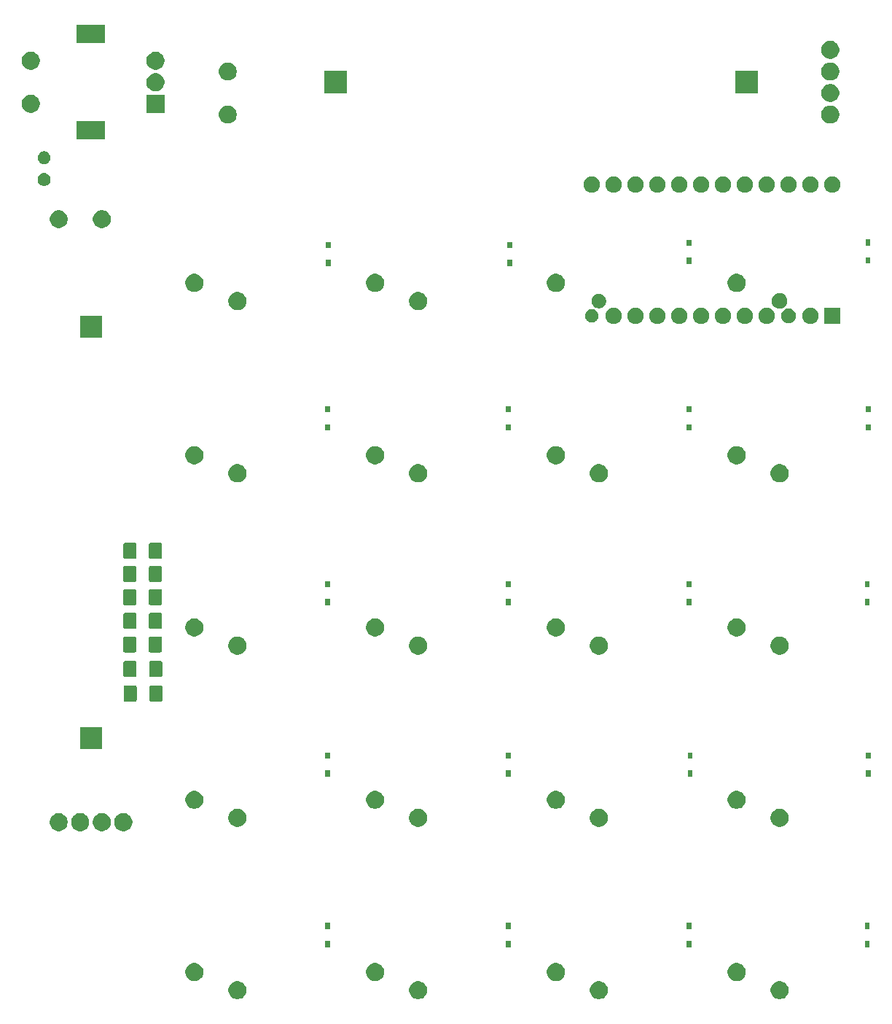
<source format=gts>
G04 #@! TF.GenerationSoftware,KiCad,Pcbnew,(5.1.0)-1*
G04 #@! TF.CreationDate,2019-03-23T00:29:26+01:00*
G04 #@! TF.ProjectId,Schematic2,53636865-6d61-4746-9963-322e6b696361,rev?*
G04 #@! TF.SameCoordinates,Original*
G04 #@! TF.FileFunction,Soldermask,Top*
G04 #@! TF.FilePolarity,Negative*
%FSLAX46Y46*%
G04 Gerber Fmt 4.6, Leading zero omitted, Abs format (unit mm)*
G04 Created by KiCad (PCBNEW (5.1.0)-1) date 2019-03-23 00:29:26*
%MOMM*%
%LPD*%
G04 APERTURE LIST*
%ADD10C,0.100000*%
G04 APERTURE END LIST*
D10*
G36*
X118776564Y-142359389D02*
G01*
X118967833Y-142438615D01*
X118967835Y-142438616D01*
X119139973Y-142553635D01*
X119286365Y-142700027D01*
X119401385Y-142872167D01*
X119480611Y-143063436D01*
X119521000Y-143266484D01*
X119521000Y-143473516D01*
X119480611Y-143676564D01*
X119401385Y-143867833D01*
X119401384Y-143867835D01*
X119286365Y-144039973D01*
X119139973Y-144186365D01*
X118967835Y-144301384D01*
X118967834Y-144301385D01*
X118967833Y-144301385D01*
X118776564Y-144380611D01*
X118573516Y-144421000D01*
X118366484Y-144421000D01*
X118163436Y-144380611D01*
X117972167Y-144301385D01*
X117972166Y-144301385D01*
X117972165Y-144301384D01*
X117800027Y-144186365D01*
X117653635Y-144039973D01*
X117538616Y-143867835D01*
X117538615Y-143867833D01*
X117459389Y-143676564D01*
X117419000Y-143473516D01*
X117419000Y-143266484D01*
X117459389Y-143063436D01*
X117538615Y-142872167D01*
X117653635Y-142700027D01*
X117800027Y-142553635D01*
X117972165Y-142438616D01*
X117972167Y-142438615D01*
X118163436Y-142359389D01*
X118366484Y-142319000D01*
X118573516Y-142319000D01*
X118776564Y-142359389D01*
X118776564Y-142359389D01*
G37*
G36*
X97776564Y-142359389D02*
G01*
X97967833Y-142438615D01*
X97967835Y-142438616D01*
X98139973Y-142553635D01*
X98286365Y-142700027D01*
X98401385Y-142872167D01*
X98480611Y-143063436D01*
X98521000Y-143266484D01*
X98521000Y-143473516D01*
X98480611Y-143676564D01*
X98401385Y-143867833D01*
X98401384Y-143867835D01*
X98286365Y-144039973D01*
X98139973Y-144186365D01*
X97967835Y-144301384D01*
X97967834Y-144301385D01*
X97967833Y-144301385D01*
X97776564Y-144380611D01*
X97573516Y-144421000D01*
X97366484Y-144421000D01*
X97163436Y-144380611D01*
X96972167Y-144301385D01*
X96972166Y-144301385D01*
X96972165Y-144301384D01*
X96800027Y-144186365D01*
X96653635Y-144039973D01*
X96538616Y-143867835D01*
X96538615Y-143867833D01*
X96459389Y-143676564D01*
X96419000Y-143473516D01*
X96419000Y-143266484D01*
X96459389Y-143063436D01*
X96538615Y-142872167D01*
X96653635Y-142700027D01*
X96800027Y-142553635D01*
X96972165Y-142438616D01*
X96972167Y-142438615D01*
X97163436Y-142359389D01*
X97366484Y-142319000D01*
X97573516Y-142319000D01*
X97776564Y-142359389D01*
X97776564Y-142359389D01*
G37*
G36*
X76776564Y-142359389D02*
G01*
X76967833Y-142438615D01*
X76967835Y-142438616D01*
X77139973Y-142553635D01*
X77286365Y-142700027D01*
X77401385Y-142872167D01*
X77480611Y-143063436D01*
X77521000Y-143266484D01*
X77521000Y-143473516D01*
X77480611Y-143676564D01*
X77401385Y-143867833D01*
X77401384Y-143867835D01*
X77286365Y-144039973D01*
X77139973Y-144186365D01*
X76967835Y-144301384D01*
X76967834Y-144301385D01*
X76967833Y-144301385D01*
X76776564Y-144380611D01*
X76573516Y-144421000D01*
X76366484Y-144421000D01*
X76163436Y-144380611D01*
X75972167Y-144301385D01*
X75972166Y-144301385D01*
X75972165Y-144301384D01*
X75800027Y-144186365D01*
X75653635Y-144039973D01*
X75538616Y-143867835D01*
X75538615Y-143867833D01*
X75459389Y-143676564D01*
X75419000Y-143473516D01*
X75419000Y-143266484D01*
X75459389Y-143063436D01*
X75538615Y-142872167D01*
X75653635Y-142700027D01*
X75800027Y-142553635D01*
X75972165Y-142438616D01*
X75972167Y-142438615D01*
X76163436Y-142359389D01*
X76366484Y-142319000D01*
X76573516Y-142319000D01*
X76776564Y-142359389D01*
X76776564Y-142359389D01*
G37*
G36*
X55776564Y-142359389D02*
G01*
X55967833Y-142438615D01*
X55967835Y-142438616D01*
X56139973Y-142553635D01*
X56286365Y-142700027D01*
X56401385Y-142872167D01*
X56480611Y-143063436D01*
X56521000Y-143266484D01*
X56521000Y-143473516D01*
X56480611Y-143676564D01*
X56401385Y-143867833D01*
X56401384Y-143867835D01*
X56286365Y-144039973D01*
X56139973Y-144186365D01*
X55967835Y-144301384D01*
X55967834Y-144301385D01*
X55967833Y-144301385D01*
X55776564Y-144380611D01*
X55573516Y-144421000D01*
X55366484Y-144421000D01*
X55163436Y-144380611D01*
X54972167Y-144301385D01*
X54972166Y-144301385D01*
X54972165Y-144301384D01*
X54800027Y-144186365D01*
X54653635Y-144039973D01*
X54538616Y-143867835D01*
X54538615Y-143867833D01*
X54459389Y-143676564D01*
X54419000Y-143473516D01*
X54419000Y-143266484D01*
X54459389Y-143063436D01*
X54538615Y-142872167D01*
X54653635Y-142700027D01*
X54800027Y-142553635D01*
X54972165Y-142438616D01*
X54972167Y-142438615D01*
X55163436Y-142359389D01*
X55366484Y-142319000D01*
X55573516Y-142319000D01*
X55776564Y-142359389D01*
X55776564Y-142359389D01*
G37*
G36*
X71776564Y-140259389D02*
G01*
X71967833Y-140338615D01*
X71967835Y-140338616D01*
X72139973Y-140453635D01*
X72286365Y-140600027D01*
X72401385Y-140772167D01*
X72480611Y-140963436D01*
X72521000Y-141166484D01*
X72521000Y-141373516D01*
X72480611Y-141576564D01*
X72401385Y-141767833D01*
X72401384Y-141767835D01*
X72286365Y-141939973D01*
X72139973Y-142086365D01*
X71967835Y-142201384D01*
X71967834Y-142201385D01*
X71967833Y-142201385D01*
X71776564Y-142280611D01*
X71573516Y-142321000D01*
X71366484Y-142321000D01*
X71163436Y-142280611D01*
X70972167Y-142201385D01*
X70972166Y-142201385D01*
X70972165Y-142201384D01*
X70800027Y-142086365D01*
X70653635Y-141939973D01*
X70538616Y-141767835D01*
X70538615Y-141767833D01*
X70459389Y-141576564D01*
X70419000Y-141373516D01*
X70419000Y-141166484D01*
X70459389Y-140963436D01*
X70538615Y-140772167D01*
X70653635Y-140600027D01*
X70800027Y-140453635D01*
X70972165Y-140338616D01*
X70972167Y-140338615D01*
X71163436Y-140259389D01*
X71366484Y-140219000D01*
X71573516Y-140219000D01*
X71776564Y-140259389D01*
X71776564Y-140259389D01*
G37*
G36*
X113776564Y-140259389D02*
G01*
X113967833Y-140338615D01*
X113967835Y-140338616D01*
X114139973Y-140453635D01*
X114286365Y-140600027D01*
X114401385Y-140772167D01*
X114480611Y-140963436D01*
X114521000Y-141166484D01*
X114521000Y-141373516D01*
X114480611Y-141576564D01*
X114401385Y-141767833D01*
X114401384Y-141767835D01*
X114286365Y-141939973D01*
X114139973Y-142086365D01*
X113967835Y-142201384D01*
X113967834Y-142201385D01*
X113967833Y-142201385D01*
X113776564Y-142280611D01*
X113573516Y-142321000D01*
X113366484Y-142321000D01*
X113163436Y-142280611D01*
X112972167Y-142201385D01*
X112972166Y-142201385D01*
X112972165Y-142201384D01*
X112800027Y-142086365D01*
X112653635Y-141939973D01*
X112538616Y-141767835D01*
X112538615Y-141767833D01*
X112459389Y-141576564D01*
X112419000Y-141373516D01*
X112419000Y-141166484D01*
X112459389Y-140963436D01*
X112538615Y-140772167D01*
X112653635Y-140600027D01*
X112800027Y-140453635D01*
X112972165Y-140338616D01*
X112972167Y-140338615D01*
X113163436Y-140259389D01*
X113366484Y-140219000D01*
X113573516Y-140219000D01*
X113776564Y-140259389D01*
X113776564Y-140259389D01*
G37*
G36*
X92776564Y-140259389D02*
G01*
X92967833Y-140338615D01*
X92967835Y-140338616D01*
X93139973Y-140453635D01*
X93286365Y-140600027D01*
X93401385Y-140772167D01*
X93480611Y-140963436D01*
X93521000Y-141166484D01*
X93521000Y-141373516D01*
X93480611Y-141576564D01*
X93401385Y-141767833D01*
X93401384Y-141767835D01*
X93286365Y-141939973D01*
X93139973Y-142086365D01*
X92967835Y-142201384D01*
X92967834Y-142201385D01*
X92967833Y-142201385D01*
X92776564Y-142280611D01*
X92573516Y-142321000D01*
X92366484Y-142321000D01*
X92163436Y-142280611D01*
X91972167Y-142201385D01*
X91972166Y-142201385D01*
X91972165Y-142201384D01*
X91800027Y-142086365D01*
X91653635Y-141939973D01*
X91538616Y-141767835D01*
X91538615Y-141767833D01*
X91459389Y-141576564D01*
X91419000Y-141373516D01*
X91419000Y-141166484D01*
X91459389Y-140963436D01*
X91538615Y-140772167D01*
X91653635Y-140600027D01*
X91800027Y-140453635D01*
X91972165Y-140338616D01*
X91972167Y-140338615D01*
X92163436Y-140259389D01*
X92366484Y-140219000D01*
X92573516Y-140219000D01*
X92776564Y-140259389D01*
X92776564Y-140259389D01*
G37*
G36*
X50776564Y-140259389D02*
G01*
X50967833Y-140338615D01*
X50967835Y-140338616D01*
X51139973Y-140453635D01*
X51286365Y-140600027D01*
X51401385Y-140772167D01*
X51480611Y-140963436D01*
X51521000Y-141166484D01*
X51521000Y-141373516D01*
X51480611Y-141576564D01*
X51401385Y-141767833D01*
X51401384Y-141767835D01*
X51286365Y-141939973D01*
X51139973Y-142086365D01*
X50967835Y-142201384D01*
X50967834Y-142201385D01*
X50967833Y-142201385D01*
X50776564Y-142280611D01*
X50573516Y-142321000D01*
X50366484Y-142321000D01*
X50163436Y-142280611D01*
X49972167Y-142201385D01*
X49972166Y-142201385D01*
X49972165Y-142201384D01*
X49800027Y-142086365D01*
X49653635Y-141939973D01*
X49538616Y-141767835D01*
X49538615Y-141767833D01*
X49459389Y-141576564D01*
X49419000Y-141373516D01*
X49419000Y-141166484D01*
X49459389Y-140963436D01*
X49538615Y-140772167D01*
X49653635Y-140600027D01*
X49800027Y-140453635D01*
X49972165Y-140338616D01*
X49972167Y-140338615D01*
X50163436Y-140259389D01*
X50366484Y-140219000D01*
X50573516Y-140219000D01*
X50776564Y-140259389D01*
X50776564Y-140259389D01*
G37*
G36*
X66246000Y-138371000D02*
G01*
X65694000Y-138371000D01*
X65694000Y-137669000D01*
X66246000Y-137669000D01*
X66246000Y-138371000D01*
X66246000Y-138371000D01*
G37*
G36*
X128946000Y-138371000D02*
G01*
X128394000Y-138371000D01*
X128394000Y-137669000D01*
X128946000Y-137669000D01*
X128946000Y-138371000D01*
X128946000Y-138371000D01*
G37*
G36*
X108246000Y-138371000D02*
G01*
X107694000Y-138371000D01*
X107694000Y-137669000D01*
X108246000Y-137669000D01*
X108246000Y-138371000D01*
X108246000Y-138371000D01*
G37*
G36*
X87246000Y-138371000D02*
G01*
X86694000Y-138371000D01*
X86694000Y-137669000D01*
X87246000Y-137669000D01*
X87246000Y-138371000D01*
X87246000Y-138371000D01*
G37*
G36*
X108246000Y-136271000D02*
G01*
X107694000Y-136271000D01*
X107694000Y-135569000D01*
X108246000Y-135569000D01*
X108246000Y-136271000D01*
X108246000Y-136271000D01*
G37*
G36*
X87246000Y-136271000D02*
G01*
X86694000Y-136271000D01*
X86694000Y-135569000D01*
X87246000Y-135569000D01*
X87246000Y-136271000D01*
X87246000Y-136271000D01*
G37*
G36*
X128946000Y-136271000D02*
G01*
X128394000Y-136271000D01*
X128394000Y-135569000D01*
X128946000Y-135569000D01*
X128946000Y-136271000D01*
X128946000Y-136271000D01*
G37*
G36*
X66246000Y-136271000D02*
G01*
X65694000Y-136271000D01*
X65694000Y-135569000D01*
X66246000Y-135569000D01*
X66246000Y-136271000D01*
X66246000Y-136271000D01*
G37*
G36*
X35026564Y-122859389D02*
G01*
X35217833Y-122938615D01*
X35217835Y-122938616D01*
X35389973Y-123053635D01*
X35536365Y-123200027D01*
X35580772Y-123266486D01*
X35651385Y-123372167D01*
X35730611Y-123563436D01*
X35771000Y-123766484D01*
X35771000Y-123973516D01*
X35730611Y-124176564D01*
X35651385Y-124367833D01*
X35651384Y-124367835D01*
X35536365Y-124539973D01*
X35389973Y-124686365D01*
X35217835Y-124801384D01*
X35217834Y-124801385D01*
X35217833Y-124801385D01*
X35026564Y-124880611D01*
X34823516Y-124921000D01*
X34616484Y-124921000D01*
X34413436Y-124880611D01*
X34222167Y-124801385D01*
X34222166Y-124801385D01*
X34222165Y-124801384D01*
X34050027Y-124686365D01*
X33903635Y-124539973D01*
X33788616Y-124367835D01*
X33788615Y-124367833D01*
X33709389Y-124176564D01*
X33669000Y-123973516D01*
X33669000Y-123766484D01*
X33709389Y-123563436D01*
X33788615Y-123372167D01*
X33859229Y-123266486D01*
X33903635Y-123200027D01*
X34050027Y-123053635D01*
X34222165Y-122938616D01*
X34222167Y-122938615D01*
X34413436Y-122859389D01*
X34616484Y-122819000D01*
X34823516Y-122819000D01*
X35026564Y-122859389D01*
X35026564Y-122859389D01*
G37*
G36*
X37526564Y-122859389D02*
G01*
X37717833Y-122938615D01*
X37717835Y-122938616D01*
X37889973Y-123053635D01*
X38036365Y-123200027D01*
X38080772Y-123266486D01*
X38151385Y-123372167D01*
X38230611Y-123563436D01*
X38271000Y-123766484D01*
X38271000Y-123973516D01*
X38230611Y-124176564D01*
X38151385Y-124367833D01*
X38151384Y-124367835D01*
X38036365Y-124539973D01*
X37889973Y-124686365D01*
X37717835Y-124801384D01*
X37717834Y-124801385D01*
X37717833Y-124801385D01*
X37526564Y-124880611D01*
X37323516Y-124921000D01*
X37116484Y-124921000D01*
X36913436Y-124880611D01*
X36722167Y-124801385D01*
X36722166Y-124801385D01*
X36722165Y-124801384D01*
X36550027Y-124686365D01*
X36403635Y-124539973D01*
X36288616Y-124367835D01*
X36288615Y-124367833D01*
X36209389Y-124176564D01*
X36169000Y-123973516D01*
X36169000Y-123766484D01*
X36209389Y-123563436D01*
X36288615Y-123372167D01*
X36359229Y-123266486D01*
X36403635Y-123200027D01*
X36550027Y-123053635D01*
X36722165Y-122938616D01*
X36722167Y-122938615D01*
X36913436Y-122859389D01*
X37116484Y-122819000D01*
X37323516Y-122819000D01*
X37526564Y-122859389D01*
X37526564Y-122859389D01*
G37*
G36*
X40026564Y-122859389D02*
G01*
X40217833Y-122938615D01*
X40217835Y-122938616D01*
X40389973Y-123053635D01*
X40536365Y-123200027D01*
X40580772Y-123266486D01*
X40651385Y-123372167D01*
X40730611Y-123563436D01*
X40771000Y-123766484D01*
X40771000Y-123973516D01*
X40730611Y-124176564D01*
X40651385Y-124367833D01*
X40651384Y-124367835D01*
X40536365Y-124539973D01*
X40389973Y-124686365D01*
X40217835Y-124801384D01*
X40217834Y-124801385D01*
X40217833Y-124801385D01*
X40026564Y-124880611D01*
X39823516Y-124921000D01*
X39616484Y-124921000D01*
X39413436Y-124880611D01*
X39222167Y-124801385D01*
X39222166Y-124801385D01*
X39222165Y-124801384D01*
X39050027Y-124686365D01*
X38903635Y-124539973D01*
X38788616Y-124367835D01*
X38788615Y-124367833D01*
X38709389Y-124176564D01*
X38669000Y-123973516D01*
X38669000Y-123766484D01*
X38709389Y-123563436D01*
X38788615Y-123372167D01*
X38859229Y-123266486D01*
X38903635Y-123200027D01*
X39050027Y-123053635D01*
X39222165Y-122938616D01*
X39222167Y-122938615D01*
X39413436Y-122859389D01*
X39616484Y-122819000D01*
X39823516Y-122819000D01*
X40026564Y-122859389D01*
X40026564Y-122859389D01*
G37*
G36*
X42526564Y-122859389D02*
G01*
X42717833Y-122938615D01*
X42717835Y-122938616D01*
X42889973Y-123053635D01*
X43036365Y-123200027D01*
X43080772Y-123266486D01*
X43151385Y-123372167D01*
X43230611Y-123563436D01*
X43271000Y-123766484D01*
X43271000Y-123973516D01*
X43230611Y-124176564D01*
X43151385Y-124367833D01*
X43151384Y-124367835D01*
X43036365Y-124539973D01*
X42889973Y-124686365D01*
X42717835Y-124801384D01*
X42717834Y-124801385D01*
X42717833Y-124801385D01*
X42526564Y-124880611D01*
X42323516Y-124921000D01*
X42116484Y-124921000D01*
X41913436Y-124880611D01*
X41722167Y-124801385D01*
X41722166Y-124801385D01*
X41722165Y-124801384D01*
X41550027Y-124686365D01*
X41403635Y-124539973D01*
X41288616Y-124367835D01*
X41288615Y-124367833D01*
X41209389Y-124176564D01*
X41169000Y-123973516D01*
X41169000Y-123766484D01*
X41209389Y-123563436D01*
X41288615Y-123372167D01*
X41359229Y-123266486D01*
X41403635Y-123200027D01*
X41550027Y-123053635D01*
X41722165Y-122938616D01*
X41722167Y-122938615D01*
X41913436Y-122859389D01*
X42116484Y-122819000D01*
X42323516Y-122819000D01*
X42526564Y-122859389D01*
X42526564Y-122859389D01*
G37*
G36*
X97776564Y-122359389D02*
G01*
X97967833Y-122438615D01*
X97967835Y-122438616D01*
X98139973Y-122553635D01*
X98286365Y-122700027D01*
X98401385Y-122872167D01*
X98480611Y-123063436D01*
X98521000Y-123266484D01*
X98521000Y-123473516D01*
X98480611Y-123676564D01*
X98443365Y-123766484D01*
X98401384Y-123867835D01*
X98286365Y-124039973D01*
X98139973Y-124186365D01*
X97967835Y-124301384D01*
X97967834Y-124301385D01*
X97967833Y-124301385D01*
X97776564Y-124380611D01*
X97573516Y-124421000D01*
X97366484Y-124421000D01*
X97163436Y-124380611D01*
X96972167Y-124301385D01*
X96972166Y-124301385D01*
X96972165Y-124301384D01*
X96800027Y-124186365D01*
X96653635Y-124039973D01*
X96538616Y-123867835D01*
X96496635Y-123766484D01*
X96459389Y-123676564D01*
X96419000Y-123473516D01*
X96419000Y-123266484D01*
X96459389Y-123063436D01*
X96538615Y-122872167D01*
X96653635Y-122700027D01*
X96800027Y-122553635D01*
X96972165Y-122438616D01*
X96972167Y-122438615D01*
X97163436Y-122359389D01*
X97366484Y-122319000D01*
X97573516Y-122319000D01*
X97776564Y-122359389D01*
X97776564Y-122359389D01*
G37*
G36*
X55776564Y-122359389D02*
G01*
X55967833Y-122438615D01*
X55967835Y-122438616D01*
X56139973Y-122553635D01*
X56286365Y-122700027D01*
X56401385Y-122872167D01*
X56480611Y-123063436D01*
X56521000Y-123266484D01*
X56521000Y-123473516D01*
X56480611Y-123676564D01*
X56443365Y-123766484D01*
X56401384Y-123867835D01*
X56286365Y-124039973D01*
X56139973Y-124186365D01*
X55967835Y-124301384D01*
X55967834Y-124301385D01*
X55967833Y-124301385D01*
X55776564Y-124380611D01*
X55573516Y-124421000D01*
X55366484Y-124421000D01*
X55163436Y-124380611D01*
X54972167Y-124301385D01*
X54972166Y-124301385D01*
X54972165Y-124301384D01*
X54800027Y-124186365D01*
X54653635Y-124039973D01*
X54538616Y-123867835D01*
X54496635Y-123766484D01*
X54459389Y-123676564D01*
X54419000Y-123473516D01*
X54419000Y-123266484D01*
X54459389Y-123063436D01*
X54538615Y-122872167D01*
X54653635Y-122700027D01*
X54800027Y-122553635D01*
X54972165Y-122438616D01*
X54972167Y-122438615D01*
X55163436Y-122359389D01*
X55366484Y-122319000D01*
X55573516Y-122319000D01*
X55776564Y-122359389D01*
X55776564Y-122359389D01*
G37*
G36*
X76776564Y-122359389D02*
G01*
X76967833Y-122438615D01*
X76967835Y-122438616D01*
X77139973Y-122553635D01*
X77286365Y-122700027D01*
X77401385Y-122872167D01*
X77480611Y-123063436D01*
X77521000Y-123266484D01*
X77521000Y-123473516D01*
X77480611Y-123676564D01*
X77443365Y-123766484D01*
X77401384Y-123867835D01*
X77286365Y-124039973D01*
X77139973Y-124186365D01*
X76967835Y-124301384D01*
X76967834Y-124301385D01*
X76967833Y-124301385D01*
X76776564Y-124380611D01*
X76573516Y-124421000D01*
X76366484Y-124421000D01*
X76163436Y-124380611D01*
X75972167Y-124301385D01*
X75972166Y-124301385D01*
X75972165Y-124301384D01*
X75800027Y-124186365D01*
X75653635Y-124039973D01*
X75538616Y-123867835D01*
X75496635Y-123766484D01*
X75459389Y-123676564D01*
X75419000Y-123473516D01*
X75419000Y-123266484D01*
X75459389Y-123063436D01*
X75538615Y-122872167D01*
X75653635Y-122700027D01*
X75800027Y-122553635D01*
X75972165Y-122438616D01*
X75972167Y-122438615D01*
X76163436Y-122359389D01*
X76366484Y-122319000D01*
X76573516Y-122319000D01*
X76776564Y-122359389D01*
X76776564Y-122359389D01*
G37*
G36*
X118776564Y-122359389D02*
G01*
X118967833Y-122438615D01*
X118967835Y-122438616D01*
X119139973Y-122553635D01*
X119286365Y-122700027D01*
X119401385Y-122872167D01*
X119480611Y-123063436D01*
X119521000Y-123266484D01*
X119521000Y-123473516D01*
X119480611Y-123676564D01*
X119443365Y-123766484D01*
X119401384Y-123867835D01*
X119286365Y-124039973D01*
X119139973Y-124186365D01*
X118967835Y-124301384D01*
X118967834Y-124301385D01*
X118967833Y-124301385D01*
X118776564Y-124380611D01*
X118573516Y-124421000D01*
X118366484Y-124421000D01*
X118163436Y-124380611D01*
X117972167Y-124301385D01*
X117972166Y-124301385D01*
X117972165Y-124301384D01*
X117800027Y-124186365D01*
X117653635Y-124039973D01*
X117538616Y-123867835D01*
X117496635Y-123766484D01*
X117459389Y-123676564D01*
X117419000Y-123473516D01*
X117419000Y-123266484D01*
X117459389Y-123063436D01*
X117538615Y-122872167D01*
X117653635Y-122700027D01*
X117800027Y-122553635D01*
X117972165Y-122438616D01*
X117972167Y-122438615D01*
X118163436Y-122359389D01*
X118366484Y-122319000D01*
X118573516Y-122319000D01*
X118776564Y-122359389D01*
X118776564Y-122359389D01*
G37*
G36*
X92776564Y-120259389D02*
G01*
X92967833Y-120338615D01*
X92967835Y-120338616D01*
X93139973Y-120453635D01*
X93286365Y-120600027D01*
X93401385Y-120772167D01*
X93480611Y-120963436D01*
X93521000Y-121166484D01*
X93521000Y-121373516D01*
X93480611Y-121576564D01*
X93401385Y-121767833D01*
X93401384Y-121767835D01*
X93286365Y-121939973D01*
X93139973Y-122086365D01*
X92967835Y-122201384D01*
X92967834Y-122201385D01*
X92967833Y-122201385D01*
X92776564Y-122280611D01*
X92573516Y-122321000D01*
X92366484Y-122321000D01*
X92163436Y-122280611D01*
X91972167Y-122201385D01*
X91972166Y-122201385D01*
X91972165Y-122201384D01*
X91800027Y-122086365D01*
X91653635Y-121939973D01*
X91538616Y-121767835D01*
X91538615Y-121767833D01*
X91459389Y-121576564D01*
X91419000Y-121373516D01*
X91419000Y-121166484D01*
X91459389Y-120963436D01*
X91538615Y-120772167D01*
X91653635Y-120600027D01*
X91800027Y-120453635D01*
X91972165Y-120338616D01*
X91972167Y-120338615D01*
X92163436Y-120259389D01*
X92366484Y-120219000D01*
X92573516Y-120219000D01*
X92776564Y-120259389D01*
X92776564Y-120259389D01*
G37*
G36*
X50776564Y-120259389D02*
G01*
X50967833Y-120338615D01*
X50967835Y-120338616D01*
X51139973Y-120453635D01*
X51286365Y-120600027D01*
X51401385Y-120772167D01*
X51480611Y-120963436D01*
X51521000Y-121166484D01*
X51521000Y-121373516D01*
X51480611Y-121576564D01*
X51401385Y-121767833D01*
X51401384Y-121767835D01*
X51286365Y-121939973D01*
X51139973Y-122086365D01*
X50967835Y-122201384D01*
X50967834Y-122201385D01*
X50967833Y-122201385D01*
X50776564Y-122280611D01*
X50573516Y-122321000D01*
X50366484Y-122321000D01*
X50163436Y-122280611D01*
X49972167Y-122201385D01*
X49972166Y-122201385D01*
X49972165Y-122201384D01*
X49800027Y-122086365D01*
X49653635Y-121939973D01*
X49538616Y-121767835D01*
X49538615Y-121767833D01*
X49459389Y-121576564D01*
X49419000Y-121373516D01*
X49419000Y-121166484D01*
X49459389Y-120963436D01*
X49538615Y-120772167D01*
X49653635Y-120600027D01*
X49800027Y-120453635D01*
X49972165Y-120338616D01*
X49972167Y-120338615D01*
X50163436Y-120259389D01*
X50366484Y-120219000D01*
X50573516Y-120219000D01*
X50776564Y-120259389D01*
X50776564Y-120259389D01*
G37*
G36*
X113776564Y-120259389D02*
G01*
X113967833Y-120338615D01*
X113967835Y-120338616D01*
X114139973Y-120453635D01*
X114286365Y-120600027D01*
X114401385Y-120772167D01*
X114480611Y-120963436D01*
X114521000Y-121166484D01*
X114521000Y-121373516D01*
X114480611Y-121576564D01*
X114401385Y-121767833D01*
X114401384Y-121767835D01*
X114286365Y-121939973D01*
X114139973Y-122086365D01*
X113967835Y-122201384D01*
X113967834Y-122201385D01*
X113967833Y-122201385D01*
X113776564Y-122280611D01*
X113573516Y-122321000D01*
X113366484Y-122321000D01*
X113163436Y-122280611D01*
X112972167Y-122201385D01*
X112972166Y-122201385D01*
X112972165Y-122201384D01*
X112800027Y-122086365D01*
X112653635Y-121939973D01*
X112538616Y-121767835D01*
X112538615Y-121767833D01*
X112459389Y-121576564D01*
X112419000Y-121373516D01*
X112419000Y-121166484D01*
X112459389Y-120963436D01*
X112538615Y-120772167D01*
X112653635Y-120600027D01*
X112800027Y-120453635D01*
X112972165Y-120338616D01*
X112972167Y-120338615D01*
X113163436Y-120259389D01*
X113366484Y-120219000D01*
X113573516Y-120219000D01*
X113776564Y-120259389D01*
X113776564Y-120259389D01*
G37*
G36*
X71776564Y-120259389D02*
G01*
X71967833Y-120338615D01*
X71967835Y-120338616D01*
X72139973Y-120453635D01*
X72286365Y-120600027D01*
X72401385Y-120772167D01*
X72480611Y-120963436D01*
X72521000Y-121166484D01*
X72521000Y-121373516D01*
X72480611Y-121576564D01*
X72401385Y-121767833D01*
X72401384Y-121767835D01*
X72286365Y-121939973D01*
X72139973Y-122086365D01*
X71967835Y-122201384D01*
X71967834Y-122201385D01*
X71967833Y-122201385D01*
X71776564Y-122280611D01*
X71573516Y-122321000D01*
X71366484Y-122321000D01*
X71163436Y-122280611D01*
X70972167Y-122201385D01*
X70972166Y-122201385D01*
X70972165Y-122201384D01*
X70800027Y-122086365D01*
X70653635Y-121939973D01*
X70538616Y-121767835D01*
X70538615Y-121767833D01*
X70459389Y-121576564D01*
X70419000Y-121373516D01*
X70419000Y-121166484D01*
X70459389Y-120963436D01*
X70538615Y-120772167D01*
X70653635Y-120600027D01*
X70800027Y-120453635D01*
X70972165Y-120338616D01*
X70972167Y-120338615D01*
X71163436Y-120259389D01*
X71366484Y-120219000D01*
X71573516Y-120219000D01*
X71776564Y-120259389D01*
X71776564Y-120259389D01*
G37*
G36*
X87246000Y-118571000D02*
G01*
X86694000Y-118571000D01*
X86694000Y-117869000D01*
X87246000Y-117869000D01*
X87246000Y-118571000D01*
X87246000Y-118571000D01*
G37*
G36*
X129046000Y-118571000D02*
G01*
X128494000Y-118571000D01*
X128494000Y-117869000D01*
X129046000Y-117869000D01*
X129046000Y-118571000D01*
X129046000Y-118571000D01*
G37*
G36*
X108346000Y-118571000D02*
G01*
X107794000Y-118571000D01*
X107794000Y-117869000D01*
X108346000Y-117869000D01*
X108346000Y-118571000D01*
X108346000Y-118571000D01*
G37*
G36*
X66246000Y-118571000D02*
G01*
X65694000Y-118571000D01*
X65694000Y-117869000D01*
X66246000Y-117869000D01*
X66246000Y-118571000D01*
X66246000Y-118571000D01*
G37*
G36*
X129046000Y-116471000D02*
G01*
X128494000Y-116471000D01*
X128494000Y-115769000D01*
X129046000Y-115769000D01*
X129046000Y-116471000D01*
X129046000Y-116471000D01*
G37*
G36*
X66246000Y-116471000D02*
G01*
X65694000Y-116471000D01*
X65694000Y-115769000D01*
X66246000Y-115769000D01*
X66246000Y-116471000D01*
X66246000Y-116471000D01*
G37*
G36*
X87246000Y-116471000D02*
G01*
X86694000Y-116471000D01*
X86694000Y-115769000D01*
X87246000Y-115769000D01*
X87246000Y-116471000D01*
X87246000Y-116471000D01*
G37*
G36*
X108346000Y-116471000D02*
G01*
X107794000Y-116471000D01*
X107794000Y-115769000D01*
X108346000Y-115769000D01*
X108346000Y-116471000D01*
X108346000Y-116471000D01*
G37*
G36*
X39781000Y-115423000D02*
G01*
X37179000Y-115423000D01*
X37179000Y-112821000D01*
X39781000Y-112821000D01*
X39781000Y-115423000D01*
X39781000Y-115423000D01*
G37*
G36*
X43628062Y-108018181D02*
G01*
X43662981Y-108028774D01*
X43695163Y-108045976D01*
X43723373Y-108069127D01*
X43746524Y-108097337D01*
X43763726Y-108129519D01*
X43774319Y-108164438D01*
X43778500Y-108206895D01*
X43778500Y-109673105D01*
X43774319Y-109715562D01*
X43763726Y-109750481D01*
X43746524Y-109782663D01*
X43723373Y-109810873D01*
X43695163Y-109834024D01*
X43662981Y-109851226D01*
X43628062Y-109861819D01*
X43585605Y-109866000D01*
X42444395Y-109866000D01*
X42401938Y-109861819D01*
X42367019Y-109851226D01*
X42334837Y-109834024D01*
X42306627Y-109810873D01*
X42283476Y-109782663D01*
X42266274Y-109750481D01*
X42255681Y-109715562D01*
X42251500Y-109673105D01*
X42251500Y-108206895D01*
X42255681Y-108164438D01*
X42266274Y-108129519D01*
X42283476Y-108097337D01*
X42306627Y-108069127D01*
X42334837Y-108045976D01*
X42367019Y-108028774D01*
X42401938Y-108018181D01*
X42444395Y-108014000D01*
X43585605Y-108014000D01*
X43628062Y-108018181D01*
X43628062Y-108018181D01*
G37*
G36*
X46603062Y-108018181D02*
G01*
X46637981Y-108028774D01*
X46670163Y-108045976D01*
X46698373Y-108069127D01*
X46721524Y-108097337D01*
X46738726Y-108129519D01*
X46749319Y-108164438D01*
X46753500Y-108206895D01*
X46753500Y-109673105D01*
X46749319Y-109715562D01*
X46738726Y-109750481D01*
X46721524Y-109782663D01*
X46698373Y-109810873D01*
X46670163Y-109834024D01*
X46637981Y-109851226D01*
X46603062Y-109861819D01*
X46560605Y-109866000D01*
X45419395Y-109866000D01*
X45376938Y-109861819D01*
X45342019Y-109851226D01*
X45309837Y-109834024D01*
X45281627Y-109810873D01*
X45258476Y-109782663D01*
X45241274Y-109750481D01*
X45230681Y-109715562D01*
X45226500Y-109673105D01*
X45226500Y-108206895D01*
X45230681Y-108164438D01*
X45241274Y-108129519D01*
X45258476Y-108097337D01*
X45281627Y-108069127D01*
X45309837Y-108045976D01*
X45342019Y-108028774D01*
X45376938Y-108018181D01*
X45419395Y-108014000D01*
X46560605Y-108014000D01*
X46603062Y-108018181D01*
X46603062Y-108018181D01*
G37*
G36*
X43623062Y-105158181D02*
G01*
X43657981Y-105168774D01*
X43690163Y-105185976D01*
X43718373Y-105209127D01*
X43741524Y-105237337D01*
X43758726Y-105269519D01*
X43769319Y-105304438D01*
X43773500Y-105346895D01*
X43773500Y-106813105D01*
X43769319Y-106855562D01*
X43758726Y-106890481D01*
X43741524Y-106922663D01*
X43718373Y-106950873D01*
X43690163Y-106974024D01*
X43657981Y-106991226D01*
X43623062Y-107001819D01*
X43580605Y-107006000D01*
X42439395Y-107006000D01*
X42396938Y-107001819D01*
X42362019Y-106991226D01*
X42329837Y-106974024D01*
X42301627Y-106950873D01*
X42278476Y-106922663D01*
X42261274Y-106890481D01*
X42250681Y-106855562D01*
X42246500Y-106813105D01*
X42246500Y-105346895D01*
X42250681Y-105304438D01*
X42261274Y-105269519D01*
X42278476Y-105237337D01*
X42301627Y-105209127D01*
X42329837Y-105185976D01*
X42362019Y-105168774D01*
X42396938Y-105158181D01*
X42439395Y-105154000D01*
X43580605Y-105154000D01*
X43623062Y-105158181D01*
X43623062Y-105158181D01*
G37*
G36*
X46598062Y-105158181D02*
G01*
X46632981Y-105168774D01*
X46665163Y-105185976D01*
X46693373Y-105209127D01*
X46716524Y-105237337D01*
X46733726Y-105269519D01*
X46744319Y-105304438D01*
X46748500Y-105346895D01*
X46748500Y-106813105D01*
X46744319Y-106855562D01*
X46733726Y-106890481D01*
X46716524Y-106922663D01*
X46693373Y-106950873D01*
X46665163Y-106974024D01*
X46632981Y-106991226D01*
X46598062Y-107001819D01*
X46555605Y-107006000D01*
X45414395Y-107006000D01*
X45371938Y-107001819D01*
X45337019Y-106991226D01*
X45304837Y-106974024D01*
X45276627Y-106950873D01*
X45253476Y-106922663D01*
X45236274Y-106890481D01*
X45225681Y-106855562D01*
X45221500Y-106813105D01*
X45221500Y-105346895D01*
X45225681Y-105304438D01*
X45236274Y-105269519D01*
X45253476Y-105237337D01*
X45276627Y-105209127D01*
X45304837Y-105185976D01*
X45337019Y-105168774D01*
X45371938Y-105158181D01*
X45414395Y-105154000D01*
X46555605Y-105154000D01*
X46598062Y-105158181D01*
X46598062Y-105158181D01*
G37*
G36*
X118776564Y-102359389D02*
G01*
X118945873Y-102429519D01*
X118967835Y-102438616D01*
X119104048Y-102529631D01*
X119139973Y-102553635D01*
X119286365Y-102700027D01*
X119401385Y-102872167D01*
X119480611Y-103063436D01*
X119521000Y-103266484D01*
X119521000Y-103473516D01*
X119480611Y-103676564D01*
X119401385Y-103867833D01*
X119401384Y-103867835D01*
X119286365Y-104039973D01*
X119139973Y-104186365D01*
X118967835Y-104301384D01*
X118967834Y-104301385D01*
X118967833Y-104301385D01*
X118776564Y-104380611D01*
X118573516Y-104421000D01*
X118366484Y-104421000D01*
X118163436Y-104380611D01*
X117972167Y-104301385D01*
X117972166Y-104301385D01*
X117972165Y-104301384D01*
X117800027Y-104186365D01*
X117653635Y-104039973D01*
X117538616Y-103867835D01*
X117538615Y-103867833D01*
X117459389Y-103676564D01*
X117419000Y-103473516D01*
X117419000Y-103266484D01*
X117459389Y-103063436D01*
X117538615Y-102872167D01*
X117653635Y-102700027D01*
X117800027Y-102553635D01*
X117835952Y-102529631D01*
X117972165Y-102438616D01*
X117994127Y-102429519D01*
X118163436Y-102359389D01*
X118366484Y-102319000D01*
X118573516Y-102319000D01*
X118776564Y-102359389D01*
X118776564Y-102359389D01*
G37*
G36*
X97776564Y-102359389D02*
G01*
X97945873Y-102429519D01*
X97967835Y-102438616D01*
X98104048Y-102529631D01*
X98139973Y-102553635D01*
X98286365Y-102700027D01*
X98401385Y-102872167D01*
X98480611Y-103063436D01*
X98521000Y-103266484D01*
X98521000Y-103473516D01*
X98480611Y-103676564D01*
X98401385Y-103867833D01*
X98401384Y-103867835D01*
X98286365Y-104039973D01*
X98139973Y-104186365D01*
X97967835Y-104301384D01*
X97967834Y-104301385D01*
X97967833Y-104301385D01*
X97776564Y-104380611D01*
X97573516Y-104421000D01*
X97366484Y-104421000D01*
X97163436Y-104380611D01*
X96972167Y-104301385D01*
X96972166Y-104301385D01*
X96972165Y-104301384D01*
X96800027Y-104186365D01*
X96653635Y-104039973D01*
X96538616Y-103867835D01*
X96538615Y-103867833D01*
X96459389Y-103676564D01*
X96419000Y-103473516D01*
X96419000Y-103266484D01*
X96459389Y-103063436D01*
X96538615Y-102872167D01*
X96653635Y-102700027D01*
X96800027Y-102553635D01*
X96835952Y-102529631D01*
X96972165Y-102438616D01*
X96994127Y-102429519D01*
X97163436Y-102359389D01*
X97366484Y-102319000D01*
X97573516Y-102319000D01*
X97776564Y-102359389D01*
X97776564Y-102359389D01*
G37*
G36*
X76776564Y-102359389D02*
G01*
X76945873Y-102429519D01*
X76967835Y-102438616D01*
X77104048Y-102529631D01*
X77139973Y-102553635D01*
X77286365Y-102700027D01*
X77401385Y-102872167D01*
X77480611Y-103063436D01*
X77521000Y-103266484D01*
X77521000Y-103473516D01*
X77480611Y-103676564D01*
X77401385Y-103867833D01*
X77401384Y-103867835D01*
X77286365Y-104039973D01*
X77139973Y-104186365D01*
X76967835Y-104301384D01*
X76967834Y-104301385D01*
X76967833Y-104301385D01*
X76776564Y-104380611D01*
X76573516Y-104421000D01*
X76366484Y-104421000D01*
X76163436Y-104380611D01*
X75972167Y-104301385D01*
X75972166Y-104301385D01*
X75972165Y-104301384D01*
X75800027Y-104186365D01*
X75653635Y-104039973D01*
X75538616Y-103867835D01*
X75538615Y-103867833D01*
X75459389Y-103676564D01*
X75419000Y-103473516D01*
X75419000Y-103266484D01*
X75459389Y-103063436D01*
X75538615Y-102872167D01*
X75653635Y-102700027D01*
X75800027Y-102553635D01*
X75835952Y-102529631D01*
X75972165Y-102438616D01*
X75994127Y-102429519D01*
X76163436Y-102359389D01*
X76366484Y-102319000D01*
X76573516Y-102319000D01*
X76776564Y-102359389D01*
X76776564Y-102359389D01*
G37*
G36*
X55776564Y-102359389D02*
G01*
X55945873Y-102429519D01*
X55967835Y-102438616D01*
X56104048Y-102529631D01*
X56139973Y-102553635D01*
X56286365Y-102700027D01*
X56401385Y-102872167D01*
X56480611Y-103063436D01*
X56521000Y-103266484D01*
X56521000Y-103473516D01*
X56480611Y-103676564D01*
X56401385Y-103867833D01*
X56401384Y-103867835D01*
X56286365Y-104039973D01*
X56139973Y-104186365D01*
X55967835Y-104301384D01*
X55967834Y-104301385D01*
X55967833Y-104301385D01*
X55776564Y-104380611D01*
X55573516Y-104421000D01*
X55366484Y-104421000D01*
X55163436Y-104380611D01*
X54972167Y-104301385D01*
X54972166Y-104301385D01*
X54972165Y-104301384D01*
X54800027Y-104186365D01*
X54653635Y-104039973D01*
X54538616Y-103867835D01*
X54538615Y-103867833D01*
X54459389Y-103676564D01*
X54419000Y-103473516D01*
X54419000Y-103266484D01*
X54459389Y-103063436D01*
X54538615Y-102872167D01*
X54653635Y-102700027D01*
X54800027Y-102553635D01*
X54835952Y-102529631D01*
X54972165Y-102438616D01*
X54994127Y-102429519D01*
X55163436Y-102359389D01*
X55366484Y-102319000D01*
X55573516Y-102319000D01*
X55776564Y-102359389D01*
X55776564Y-102359389D01*
G37*
G36*
X43588062Y-102318181D02*
G01*
X43622981Y-102328774D01*
X43655163Y-102345976D01*
X43683373Y-102369127D01*
X43706524Y-102397337D01*
X43723726Y-102429519D01*
X43734319Y-102464438D01*
X43738500Y-102506895D01*
X43738500Y-103973105D01*
X43734319Y-104015562D01*
X43723726Y-104050481D01*
X43706524Y-104082663D01*
X43683373Y-104110873D01*
X43655163Y-104134024D01*
X43622981Y-104151226D01*
X43588062Y-104161819D01*
X43545605Y-104166000D01*
X42404395Y-104166000D01*
X42361938Y-104161819D01*
X42327019Y-104151226D01*
X42294837Y-104134024D01*
X42266627Y-104110873D01*
X42243476Y-104082663D01*
X42226274Y-104050481D01*
X42215681Y-104015562D01*
X42211500Y-103973105D01*
X42211500Y-102506895D01*
X42215681Y-102464438D01*
X42226274Y-102429519D01*
X42243476Y-102397337D01*
X42266627Y-102369127D01*
X42294837Y-102345976D01*
X42327019Y-102328774D01*
X42361938Y-102318181D01*
X42404395Y-102314000D01*
X43545605Y-102314000D01*
X43588062Y-102318181D01*
X43588062Y-102318181D01*
G37*
G36*
X46563062Y-102318181D02*
G01*
X46597981Y-102328774D01*
X46630163Y-102345976D01*
X46658373Y-102369127D01*
X46681524Y-102397337D01*
X46698726Y-102429519D01*
X46709319Y-102464438D01*
X46713500Y-102506895D01*
X46713500Y-103973105D01*
X46709319Y-104015562D01*
X46698726Y-104050481D01*
X46681524Y-104082663D01*
X46658373Y-104110873D01*
X46630163Y-104134024D01*
X46597981Y-104151226D01*
X46563062Y-104161819D01*
X46520605Y-104166000D01*
X45379395Y-104166000D01*
X45336938Y-104161819D01*
X45302019Y-104151226D01*
X45269837Y-104134024D01*
X45241627Y-104110873D01*
X45218476Y-104082663D01*
X45201274Y-104050481D01*
X45190681Y-104015562D01*
X45186500Y-103973105D01*
X45186500Y-102506895D01*
X45190681Y-102464438D01*
X45201274Y-102429519D01*
X45218476Y-102397337D01*
X45241627Y-102369127D01*
X45269837Y-102345976D01*
X45302019Y-102328774D01*
X45336938Y-102318181D01*
X45379395Y-102314000D01*
X46520605Y-102314000D01*
X46563062Y-102318181D01*
X46563062Y-102318181D01*
G37*
G36*
X71776564Y-100259389D02*
G01*
X71967833Y-100338615D01*
X71967835Y-100338616D01*
X72139973Y-100453635D01*
X72286365Y-100600027D01*
X72401385Y-100772167D01*
X72480611Y-100963436D01*
X72521000Y-101166484D01*
X72521000Y-101373516D01*
X72480611Y-101576564D01*
X72401385Y-101767833D01*
X72401384Y-101767835D01*
X72286365Y-101939973D01*
X72139973Y-102086365D01*
X71967835Y-102201384D01*
X71967834Y-102201385D01*
X71967833Y-102201385D01*
X71776564Y-102280611D01*
X71573516Y-102321000D01*
X71366484Y-102321000D01*
X71163436Y-102280611D01*
X70972167Y-102201385D01*
X70972166Y-102201385D01*
X70972165Y-102201384D01*
X70800027Y-102086365D01*
X70653635Y-101939973D01*
X70538616Y-101767835D01*
X70538615Y-101767833D01*
X70459389Y-101576564D01*
X70419000Y-101373516D01*
X70419000Y-101166484D01*
X70459389Y-100963436D01*
X70538615Y-100772167D01*
X70653635Y-100600027D01*
X70800027Y-100453635D01*
X70972165Y-100338616D01*
X70972167Y-100338615D01*
X71163436Y-100259389D01*
X71366484Y-100219000D01*
X71573516Y-100219000D01*
X71776564Y-100259389D01*
X71776564Y-100259389D01*
G37*
G36*
X50776564Y-100259389D02*
G01*
X50967833Y-100338615D01*
X50967835Y-100338616D01*
X51139973Y-100453635D01*
X51286365Y-100600027D01*
X51401385Y-100772167D01*
X51480611Y-100963436D01*
X51521000Y-101166484D01*
X51521000Y-101373516D01*
X51480611Y-101576564D01*
X51401385Y-101767833D01*
X51401384Y-101767835D01*
X51286365Y-101939973D01*
X51139973Y-102086365D01*
X50967835Y-102201384D01*
X50967834Y-102201385D01*
X50967833Y-102201385D01*
X50776564Y-102280611D01*
X50573516Y-102321000D01*
X50366484Y-102321000D01*
X50163436Y-102280611D01*
X49972167Y-102201385D01*
X49972166Y-102201385D01*
X49972165Y-102201384D01*
X49800027Y-102086365D01*
X49653635Y-101939973D01*
X49538616Y-101767835D01*
X49538615Y-101767833D01*
X49459389Y-101576564D01*
X49419000Y-101373516D01*
X49419000Y-101166484D01*
X49459389Y-100963436D01*
X49538615Y-100772167D01*
X49653635Y-100600027D01*
X49800027Y-100453635D01*
X49972165Y-100338616D01*
X49972167Y-100338615D01*
X50163436Y-100259389D01*
X50366484Y-100219000D01*
X50573516Y-100219000D01*
X50776564Y-100259389D01*
X50776564Y-100259389D01*
G37*
G36*
X92776564Y-100259389D02*
G01*
X92967833Y-100338615D01*
X92967835Y-100338616D01*
X93139973Y-100453635D01*
X93286365Y-100600027D01*
X93401385Y-100772167D01*
X93480611Y-100963436D01*
X93521000Y-101166484D01*
X93521000Y-101373516D01*
X93480611Y-101576564D01*
X93401385Y-101767833D01*
X93401384Y-101767835D01*
X93286365Y-101939973D01*
X93139973Y-102086365D01*
X92967835Y-102201384D01*
X92967834Y-102201385D01*
X92967833Y-102201385D01*
X92776564Y-102280611D01*
X92573516Y-102321000D01*
X92366484Y-102321000D01*
X92163436Y-102280611D01*
X91972167Y-102201385D01*
X91972166Y-102201385D01*
X91972165Y-102201384D01*
X91800027Y-102086365D01*
X91653635Y-101939973D01*
X91538616Y-101767835D01*
X91538615Y-101767833D01*
X91459389Y-101576564D01*
X91419000Y-101373516D01*
X91419000Y-101166484D01*
X91459389Y-100963436D01*
X91538615Y-100772167D01*
X91653635Y-100600027D01*
X91800027Y-100453635D01*
X91972165Y-100338616D01*
X91972167Y-100338615D01*
X92163436Y-100259389D01*
X92366484Y-100219000D01*
X92573516Y-100219000D01*
X92776564Y-100259389D01*
X92776564Y-100259389D01*
G37*
G36*
X113776564Y-100259389D02*
G01*
X113967833Y-100338615D01*
X113967835Y-100338616D01*
X114139973Y-100453635D01*
X114286365Y-100600027D01*
X114401385Y-100772167D01*
X114480611Y-100963436D01*
X114521000Y-101166484D01*
X114521000Y-101373516D01*
X114480611Y-101576564D01*
X114401385Y-101767833D01*
X114401384Y-101767835D01*
X114286365Y-101939973D01*
X114139973Y-102086365D01*
X113967835Y-102201384D01*
X113967834Y-102201385D01*
X113967833Y-102201385D01*
X113776564Y-102280611D01*
X113573516Y-102321000D01*
X113366484Y-102321000D01*
X113163436Y-102280611D01*
X112972167Y-102201385D01*
X112972166Y-102201385D01*
X112972165Y-102201384D01*
X112800027Y-102086365D01*
X112653635Y-101939973D01*
X112538616Y-101767835D01*
X112538615Y-101767833D01*
X112459389Y-101576564D01*
X112419000Y-101373516D01*
X112419000Y-101166484D01*
X112459389Y-100963436D01*
X112538615Y-100772167D01*
X112653635Y-100600027D01*
X112800027Y-100453635D01*
X112972165Y-100338616D01*
X112972167Y-100338615D01*
X113163436Y-100259389D01*
X113366484Y-100219000D01*
X113573516Y-100219000D01*
X113776564Y-100259389D01*
X113776564Y-100259389D01*
G37*
G36*
X46583062Y-99568181D02*
G01*
X46617981Y-99578774D01*
X46650163Y-99595976D01*
X46678373Y-99619127D01*
X46701524Y-99647337D01*
X46718726Y-99679519D01*
X46729319Y-99714438D01*
X46733500Y-99756895D01*
X46733500Y-101223105D01*
X46729319Y-101265562D01*
X46718726Y-101300481D01*
X46701524Y-101332663D01*
X46678373Y-101360873D01*
X46650163Y-101384024D01*
X46617981Y-101401226D01*
X46583062Y-101411819D01*
X46540605Y-101416000D01*
X45399395Y-101416000D01*
X45356938Y-101411819D01*
X45322019Y-101401226D01*
X45289837Y-101384024D01*
X45261627Y-101360873D01*
X45238476Y-101332663D01*
X45221274Y-101300481D01*
X45210681Y-101265562D01*
X45206500Y-101223105D01*
X45206500Y-99756895D01*
X45210681Y-99714438D01*
X45221274Y-99679519D01*
X45238476Y-99647337D01*
X45261627Y-99619127D01*
X45289837Y-99595976D01*
X45322019Y-99578774D01*
X45356938Y-99568181D01*
X45399395Y-99564000D01*
X46540605Y-99564000D01*
X46583062Y-99568181D01*
X46583062Y-99568181D01*
G37*
G36*
X43608062Y-99568181D02*
G01*
X43642981Y-99578774D01*
X43675163Y-99595976D01*
X43703373Y-99619127D01*
X43726524Y-99647337D01*
X43743726Y-99679519D01*
X43754319Y-99714438D01*
X43758500Y-99756895D01*
X43758500Y-101223105D01*
X43754319Y-101265562D01*
X43743726Y-101300481D01*
X43726524Y-101332663D01*
X43703373Y-101360873D01*
X43675163Y-101384024D01*
X43642981Y-101401226D01*
X43608062Y-101411819D01*
X43565605Y-101416000D01*
X42424395Y-101416000D01*
X42381938Y-101411819D01*
X42347019Y-101401226D01*
X42314837Y-101384024D01*
X42286627Y-101360873D01*
X42263476Y-101332663D01*
X42246274Y-101300481D01*
X42235681Y-101265562D01*
X42231500Y-101223105D01*
X42231500Y-99756895D01*
X42235681Y-99714438D01*
X42246274Y-99679519D01*
X42263476Y-99647337D01*
X42286627Y-99619127D01*
X42314837Y-99595976D01*
X42347019Y-99578774D01*
X42381938Y-99568181D01*
X42424395Y-99564000D01*
X43565605Y-99564000D01*
X43608062Y-99568181D01*
X43608062Y-99568181D01*
G37*
G36*
X108246000Y-98671000D02*
G01*
X107694000Y-98671000D01*
X107694000Y-97969000D01*
X108246000Y-97969000D01*
X108246000Y-98671000D01*
X108246000Y-98671000D01*
G37*
G36*
X87246000Y-98671000D02*
G01*
X86694000Y-98671000D01*
X86694000Y-97969000D01*
X87246000Y-97969000D01*
X87246000Y-98671000D01*
X87246000Y-98671000D01*
G37*
G36*
X128946000Y-98671000D02*
G01*
X128394000Y-98671000D01*
X128394000Y-97969000D01*
X128946000Y-97969000D01*
X128946000Y-98671000D01*
X128946000Y-98671000D01*
G37*
G36*
X66246000Y-98671000D02*
G01*
X65694000Y-98671000D01*
X65694000Y-97969000D01*
X66246000Y-97969000D01*
X66246000Y-98671000D01*
X66246000Y-98671000D01*
G37*
G36*
X43588062Y-96818181D02*
G01*
X43622981Y-96828774D01*
X43655163Y-96845976D01*
X43683373Y-96869127D01*
X43706524Y-96897337D01*
X43723726Y-96929519D01*
X43734319Y-96964438D01*
X43738500Y-97006895D01*
X43738500Y-98473105D01*
X43734319Y-98515562D01*
X43723726Y-98550481D01*
X43706524Y-98582663D01*
X43683373Y-98610873D01*
X43655163Y-98634024D01*
X43622981Y-98651226D01*
X43588062Y-98661819D01*
X43545605Y-98666000D01*
X42404395Y-98666000D01*
X42361938Y-98661819D01*
X42327019Y-98651226D01*
X42294837Y-98634024D01*
X42266627Y-98610873D01*
X42243476Y-98582663D01*
X42226274Y-98550481D01*
X42215681Y-98515562D01*
X42211500Y-98473105D01*
X42211500Y-97006895D01*
X42215681Y-96964438D01*
X42226274Y-96929519D01*
X42243476Y-96897337D01*
X42266627Y-96869127D01*
X42294837Y-96845976D01*
X42327019Y-96828774D01*
X42361938Y-96818181D01*
X42404395Y-96814000D01*
X43545605Y-96814000D01*
X43588062Y-96818181D01*
X43588062Y-96818181D01*
G37*
G36*
X46563062Y-96818181D02*
G01*
X46597981Y-96828774D01*
X46630163Y-96845976D01*
X46658373Y-96869127D01*
X46681524Y-96897337D01*
X46698726Y-96929519D01*
X46709319Y-96964438D01*
X46713500Y-97006895D01*
X46713500Y-98473105D01*
X46709319Y-98515562D01*
X46698726Y-98550481D01*
X46681524Y-98582663D01*
X46658373Y-98610873D01*
X46630163Y-98634024D01*
X46597981Y-98651226D01*
X46563062Y-98661819D01*
X46520605Y-98666000D01*
X45379395Y-98666000D01*
X45336938Y-98661819D01*
X45302019Y-98651226D01*
X45269837Y-98634024D01*
X45241627Y-98610873D01*
X45218476Y-98582663D01*
X45201274Y-98550481D01*
X45190681Y-98515562D01*
X45186500Y-98473105D01*
X45186500Y-97006895D01*
X45190681Y-96964438D01*
X45201274Y-96929519D01*
X45218476Y-96897337D01*
X45241627Y-96869127D01*
X45269837Y-96845976D01*
X45302019Y-96828774D01*
X45336938Y-96818181D01*
X45379395Y-96814000D01*
X46520605Y-96814000D01*
X46563062Y-96818181D01*
X46563062Y-96818181D01*
G37*
G36*
X108246000Y-96571000D02*
G01*
X107694000Y-96571000D01*
X107694000Y-95869000D01*
X108246000Y-95869000D01*
X108246000Y-96571000D01*
X108246000Y-96571000D01*
G37*
G36*
X128946000Y-96571000D02*
G01*
X128394000Y-96571000D01*
X128394000Y-95869000D01*
X128946000Y-95869000D01*
X128946000Y-96571000D01*
X128946000Y-96571000D01*
G37*
G36*
X66246000Y-96571000D02*
G01*
X65694000Y-96571000D01*
X65694000Y-95869000D01*
X66246000Y-95869000D01*
X66246000Y-96571000D01*
X66246000Y-96571000D01*
G37*
G36*
X87246000Y-96571000D02*
G01*
X86694000Y-96571000D01*
X86694000Y-95869000D01*
X87246000Y-95869000D01*
X87246000Y-96571000D01*
X87246000Y-96571000D01*
G37*
G36*
X43608062Y-94128181D02*
G01*
X43642981Y-94138774D01*
X43675163Y-94155976D01*
X43703373Y-94179127D01*
X43726524Y-94207337D01*
X43743726Y-94239519D01*
X43754319Y-94274438D01*
X43758500Y-94316895D01*
X43758500Y-95783105D01*
X43754319Y-95825562D01*
X43743726Y-95860481D01*
X43726524Y-95892663D01*
X43703373Y-95920873D01*
X43675163Y-95944024D01*
X43642981Y-95961226D01*
X43608062Y-95971819D01*
X43565605Y-95976000D01*
X42424395Y-95976000D01*
X42381938Y-95971819D01*
X42347019Y-95961226D01*
X42314837Y-95944024D01*
X42286627Y-95920873D01*
X42263476Y-95892663D01*
X42246274Y-95860481D01*
X42235681Y-95825562D01*
X42231500Y-95783105D01*
X42231500Y-94316895D01*
X42235681Y-94274438D01*
X42246274Y-94239519D01*
X42263476Y-94207337D01*
X42286627Y-94179127D01*
X42314837Y-94155976D01*
X42347019Y-94138774D01*
X42381938Y-94128181D01*
X42424395Y-94124000D01*
X43565605Y-94124000D01*
X43608062Y-94128181D01*
X43608062Y-94128181D01*
G37*
G36*
X46583062Y-94128181D02*
G01*
X46617981Y-94138774D01*
X46650163Y-94155976D01*
X46678373Y-94179127D01*
X46701524Y-94207337D01*
X46718726Y-94239519D01*
X46729319Y-94274438D01*
X46733500Y-94316895D01*
X46733500Y-95783105D01*
X46729319Y-95825562D01*
X46718726Y-95860481D01*
X46701524Y-95892663D01*
X46678373Y-95920873D01*
X46650163Y-95944024D01*
X46617981Y-95961226D01*
X46583062Y-95971819D01*
X46540605Y-95976000D01*
X45399395Y-95976000D01*
X45356938Y-95971819D01*
X45322019Y-95961226D01*
X45289837Y-95944024D01*
X45261627Y-95920873D01*
X45238476Y-95892663D01*
X45221274Y-95860481D01*
X45210681Y-95825562D01*
X45206500Y-95783105D01*
X45206500Y-94316895D01*
X45210681Y-94274438D01*
X45221274Y-94239519D01*
X45238476Y-94207337D01*
X45261627Y-94179127D01*
X45289837Y-94155976D01*
X45322019Y-94138774D01*
X45356938Y-94128181D01*
X45399395Y-94124000D01*
X46540605Y-94124000D01*
X46583062Y-94128181D01*
X46583062Y-94128181D01*
G37*
G36*
X43608062Y-91448181D02*
G01*
X43642981Y-91458774D01*
X43675163Y-91475976D01*
X43703373Y-91499127D01*
X43726524Y-91527337D01*
X43743726Y-91559519D01*
X43754319Y-91594438D01*
X43758500Y-91636895D01*
X43758500Y-93103105D01*
X43754319Y-93145562D01*
X43743726Y-93180481D01*
X43726524Y-93212663D01*
X43703373Y-93240873D01*
X43675163Y-93264024D01*
X43642981Y-93281226D01*
X43608062Y-93291819D01*
X43565605Y-93296000D01*
X42424395Y-93296000D01*
X42381938Y-93291819D01*
X42347019Y-93281226D01*
X42314837Y-93264024D01*
X42286627Y-93240873D01*
X42263476Y-93212663D01*
X42246274Y-93180481D01*
X42235681Y-93145562D01*
X42231500Y-93103105D01*
X42231500Y-91636895D01*
X42235681Y-91594438D01*
X42246274Y-91559519D01*
X42263476Y-91527337D01*
X42286627Y-91499127D01*
X42314837Y-91475976D01*
X42347019Y-91458774D01*
X42381938Y-91448181D01*
X42424395Y-91444000D01*
X43565605Y-91444000D01*
X43608062Y-91448181D01*
X43608062Y-91448181D01*
G37*
G36*
X46583062Y-91448181D02*
G01*
X46617981Y-91458774D01*
X46650163Y-91475976D01*
X46678373Y-91499127D01*
X46701524Y-91527337D01*
X46718726Y-91559519D01*
X46729319Y-91594438D01*
X46733500Y-91636895D01*
X46733500Y-93103105D01*
X46729319Y-93145562D01*
X46718726Y-93180481D01*
X46701524Y-93212663D01*
X46678373Y-93240873D01*
X46650163Y-93264024D01*
X46617981Y-93281226D01*
X46583062Y-93291819D01*
X46540605Y-93296000D01*
X45399395Y-93296000D01*
X45356938Y-93291819D01*
X45322019Y-93281226D01*
X45289837Y-93264024D01*
X45261627Y-93240873D01*
X45238476Y-93212663D01*
X45221274Y-93180481D01*
X45210681Y-93145562D01*
X45206500Y-93103105D01*
X45206500Y-91636895D01*
X45210681Y-91594438D01*
X45221274Y-91559519D01*
X45238476Y-91527337D01*
X45261627Y-91499127D01*
X45289837Y-91475976D01*
X45322019Y-91458774D01*
X45356938Y-91448181D01*
X45399395Y-91444000D01*
X46540605Y-91444000D01*
X46583062Y-91448181D01*
X46583062Y-91448181D01*
G37*
G36*
X118776564Y-82359389D02*
G01*
X118967833Y-82438615D01*
X118967835Y-82438616D01*
X119139973Y-82553635D01*
X119286365Y-82700027D01*
X119401385Y-82872167D01*
X119480611Y-83063436D01*
X119521000Y-83266484D01*
X119521000Y-83473516D01*
X119480611Y-83676564D01*
X119401385Y-83867833D01*
X119401384Y-83867835D01*
X119286365Y-84039973D01*
X119139973Y-84186365D01*
X118967835Y-84301384D01*
X118967834Y-84301385D01*
X118967833Y-84301385D01*
X118776564Y-84380611D01*
X118573516Y-84421000D01*
X118366484Y-84421000D01*
X118163436Y-84380611D01*
X117972167Y-84301385D01*
X117972166Y-84301385D01*
X117972165Y-84301384D01*
X117800027Y-84186365D01*
X117653635Y-84039973D01*
X117538616Y-83867835D01*
X117538615Y-83867833D01*
X117459389Y-83676564D01*
X117419000Y-83473516D01*
X117419000Y-83266484D01*
X117459389Y-83063436D01*
X117538615Y-82872167D01*
X117653635Y-82700027D01*
X117800027Y-82553635D01*
X117972165Y-82438616D01*
X117972167Y-82438615D01*
X118163436Y-82359389D01*
X118366484Y-82319000D01*
X118573516Y-82319000D01*
X118776564Y-82359389D01*
X118776564Y-82359389D01*
G37*
G36*
X97776564Y-82359389D02*
G01*
X97967833Y-82438615D01*
X97967835Y-82438616D01*
X98139973Y-82553635D01*
X98286365Y-82700027D01*
X98401385Y-82872167D01*
X98480611Y-83063436D01*
X98521000Y-83266484D01*
X98521000Y-83473516D01*
X98480611Y-83676564D01*
X98401385Y-83867833D01*
X98401384Y-83867835D01*
X98286365Y-84039973D01*
X98139973Y-84186365D01*
X97967835Y-84301384D01*
X97967834Y-84301385D01*
X97967833Y-84301385D01*
X97776564Y-84380611D01*
X97573516Y-84421000D01*
X97366484Y-84421000D01*
X97163436Y-84380611D01*
X96972167Y-84301385D01*
X96972166Y-84301385D01*
X96972165Y-84301384D01*
X96800027Y-84186365D01*
X96653635Y-84039973D01*
X96538616Y-83867835D01*
X96538615Y-83867833D01*
X96459389Y-83676564D01*
X96419000Y-83473516D01*
X96419000Y-83266484D01*
X96459389Y-83063436D01*
X96538615Y-82872167D01*
X96653635Y-82700027D01*
X96800027Y-82553635D01*
X96972165Y-82438616D01*
X96972167Y-82438615D01*
X97163436Y-82359389D01*
X97366484Y-82319000D01*
X97573516Y-82319000D01*
X97776564Y-82359389D01*
X97776564Y-82359389D01*
G37*
G36*
X55776564Y-82359389D02*
G01*
X55967833Y-82438615D01*
X55967835Y-82438616D01*
X56139973Y-82553635D01*
X56286365Y-82700027D01*
X56401385Y-82872167D01*
X56480611Y-83063436D01*
X56521000Y-83266484D01*
X56521000Y-83473516D01*
X56480611Y-83676564D01*
X56401385Y-83867833D01*
X56401384Y-83867835D01*
X56286365Y-84039973D01*
X56139973Y-84186365D01*
X55967835Y-84301384D01*
X55967834Y-84301385D01*
X55967833Y-84301385D01*
X55776564Y-84380611D01*
X55573516Y-84421000D01*
X55366484Y-84421000D01*
X55163436Y-84380611D01*
X54972167Y-84301385D01*
X54972166Y-84301385D01*
X54972165Y-84301384D01*
X54800027Y-84186365D01*
X54653635Y-84039973D01*
X54538616Y-83867835D01*
X54538615Y-83867833D01*
X54459389Y-83676564D01*
X54419000Y-83473516D01*
X54419000Y-83266484D01*
X54459389Y-83063436D01*
X54538615Y-82872167D01*
X54653635Y-82700027D01*
X54800027Y-82553635D01*
X54972165Y-82438616D01*
X54972167Y-82438615D01*
X55163436Y-82359389D01*
X55366484Y-82319000D01*
X55573516Y-82319000D01*
X55776564Y-82359389D01*
X55776564Y-82359389D01*
G37*
G36*
X76776564Y-82359389D02*
G01*
X76967833Y-82438615D01*
X76967835Y-82438616D01*
X77139973Y-82553635D01*
X77286365Y-82700027D01*
X77401385Y-82872167D01*
X77480611Y-83063436D01*
X77521000Y-83266484D01*
X77521000Y-83473516D01*
X77480611Y-83676564D01*
X77401385Y-83867833D01*
X77401384Y-83867835D01*
X77286365Y-84039973D01*
X77139973Y-84186365D01*
X76967835Y-84301384D01*
X76967834Y-84301385D01*
X76967833Y-84301385D01*
X76776564Y-84380611D01*
X76573516Y-84421000D01*
X76366484Y-84421000D01*
X76163436Y-84380611D01*
X75972167Y-84301385D01*
X75972166Y-84301385D01*
X75972165Y-84301384D01*
X75800027Y-84186365D01*
X75653635Y-84039973D01*
X75538616Y-83867835D01*
X75538615Y-83867833D01*
X75459389Y-83676564D01*
X75419000Y-83473516D01*
X75419000Y-83266484D01*
X75459389Y-83063436D01*
X75538615Y-82872167D01*
X75653635Y-82700027D01*
X75800027Y-82553635D01*
X75972165Y-82438616D01*
X75972167Y-82438615D01*
X76163436Y-82359389D01*
X76366484Y-82319000D01*
X76573516Y-82319000D01*
X76776564Y-82359389D01*
X76776564Y-82359389D01*
G37*
G36*
X113776564Y-80259389D02*
G01*
X113967833Y-80338615D01*
X113967835Y-80338616D01*
X114139973Y-80453635D01*
X114286365Y-80600027D01*
X114401385Y-80772167D01*
X114480611Y-80963436D01*
X114521000Y-81166484D01*
X114521000Y-81373516D01*
X114480611Y-81576564D01*
X114401385Y-81767833D01*
X114401384Y-81767835D01*
X114286365Y-81939973D01*
X114139973Y-82086365D01*
X113967835Y-82201384D01*
X113967834Y-82201385D01*
X113967833Y-82201385D01*
X113776564Y-82280611D01*
X113573516Y-82321000D01*
X113366484Y-82321000D01*
X113163436Y-82280611D01*
X112972167Y-82201385D01*
X112972166Y-82201385D01*
X112972165Y-82201384D01*
X112800027Y-82086365D01*
X112653635Y-81939973D01*
X112538616Y-81767835D01*
X112538615Y-81767833D01*
X112459389Y-81576564D01*
X112419000Y-81373516D01*
X112419000Y-81166484D01*
X112459389Y-80963436D01*
X112538615Y-80772167D01*
X112653635Y-80600027D01*
X112800027Y-80453635D01*
X112972165Y-80338616D01*
X112972167Y-80338615D01*
X113163436Y-80259389D01*
X113366484Y-80219000D01*
X113573516Y-80219000D01*
X113776564Y-80259389D01*
X113776564Y-80259389D01*
G37*
G36*
X50776564Y-80259389D02*
G01*
X50967833Y-80338615D01*
X50967835Y-80338616D01*
X51139973Y-80453635D01*
X51286365Y-80600027D01*
X51401385Y-80772167D01*
X51480611Y-80963436D01*
X51521000Y-81166484D01*
X51521000Y-81373516D01*
X51480611Y-81576564D01*
X51401385Y-81767833D01*
X51401384Y-81767835D01*
X51286365Y-81939973D01*
X51139973Y-82086365D01*
X50967835Y-82201384D01*
X50967834Y-82201385D01*
X50967833Y-82201385D01*
X50776564Y-82280611D01*
X50573516Y-82321000D01*
X50366484Y-82321000D01*
X50163436Y-82280611D01*
X49972167Y-82201385D01*
X49972166Y-82201385D01*
X49972165Y-82201384D01*
X49800027Y-82086365D01*
X49653635Y-81939973D01*
X49538616Y-81767835D01*
X49538615Y-81767833D01*
X49459389Y-81576564D01*
X49419000Y-81373516D01*
X49419000Y-81166484D01*
X49459389Y-80963436D01*
X49538615Y-80772167D01*
X49653635Y-80600027D01*
X49800027Y-80453635D01*
X49972165Y-80338616D01*
X49972167Y-80338615D01*
X50163436Y-80259389D01*
X50366484Y-80219000D01*
X50573516Y-80219000D01*
X50776564Y-80259389D01*
X50776564Y-80259389D01*
G37*
G36*
X92776564Y-80259389D02*
G01*
X92967833Y-80338615D01*
X92967835Y-80338616D01*
X93139973Y-80453635D01*
X93286365Y-80600027D01*
X93401385Y-80772167D01*
X93480611Y-80963436D01*
X93521000Y-81166484D01*
X93521000Y-81373516D01*
X93480611Y-81576564D01*
X93401385Y-81767833D01*
X93401384Y-81767835D01*
X93286365Y-81939973D01*
X93139973Y-82086365D01*
X92967835Y-82201384D01*
X92967834Y-82201385D01*
X92967833Y-82201385D01*
X92776564Y-82280611D01*
X92573516Y-82321000D01*
X92366484Y-82321000D01*
X92163436Y-82280611D01*
X91972167Y-82201385D01*
X91972166Y-82201385D01*
X91972165Y-82201384D01*
X91800027Y-82086365D01*
X91653635Y-81939973D01*
X91538616Y-81767835D01*
X91538615Y-81767833D01*
X91459389Y-81576564D01*
X91419000Y-81373516D01*
X91419000Y-81166484D01*
X91459389Y-80963436D01*
X91538615Y-80772167D01*
X91653635Y-80600027D01*
X91800027Y-80453635D01*
X91972165Y-80338616D01*
X91972167Y-80338615D01*
X92163436Y-80259389D01*
X92366484Y-80219000D01*
X92573516Y-80219000D01*
X92776564Y-80259389D01*
X92776564Y-80259389D01*
G37*
G36*
X71776564Y-80259389D02*
G01*
X71967833Y-80338615D01*
X71967835Y-80338616D01*
X72139973Y-80453635D01*
X72286365Y-80600027D01*
X72401385Y-80772167D01*
X72480611Y-80963436D01*
X72521000Y-81166484D01*
X72521000Y-81373516D01*
X72480611Y-81576564D01*
X72401385Y-81767833D01*
X72401384Y-81767835D01*
X72286365Y-81939973D01*
X72139973Y-82086365D01*
X71967835Y-82201384D01*
X71967834Y-82201385D01*
X71967833Y-82201385D01*
X71776564Y-82280611D01*
X71573516Y-82321000D01*
X71366484Y-82321000D01*
X71163436Y-82280611D01*
X70972167Y-82201385D01*
X70972166Y-82201385D01*
X70972165Y-82201384D01*
X70800027Y-82086365D01*
X70653635Y-81939973D01*
X70538616Y-81767835D01*
X70538615Y-81767833D01*
X70459389Y-81576564D01*
X70419000Y-81373516D01*
X70419000Y-81166484D01*
X70459389Y-80963436D01*
X70538615Y-80772167D01*
X70653635Y-80600027D01*
X70800027Y-80453635D01*
X70972165Y-80338616D01*
X70972167Y-80338615D01*
X71163436Y-80259389D01*
X71366484Y-80219000D01*
X71573516Y-80219000D01*
X71776564Y-80259389D01*
X71776564Y-80259389D01*
G37*
G36*
X87246000Y-78371000D02*
G01*
X86694000Y-78371000D01*
X86694000Y-77669000D01*
X87246000Y-77669000D01*
X87246000Y-78371000D01*
X87246000Y-78371000D01*
G37*
G36*
X66246000Y-78371000D02*
G01*
X65694000Y-78371000D01*
X65694000Y-77669000D01*
X66246000Y-77669000D01*
X66246000Y-78371000D01*
X66246000Y-78371000D01*
G37*
G36*
X129046000Y-78371000D02*
G01*
X128494000Y-78371000D01*
X128494000Y-77669000D01*
X129046000Y-77669000D01*
X129046000Y-78371000D01*
X129046000Y-78371000D01*
G37*
G36*
X108246000Y-78371000D02*
G01*
X107694000Y-78371000D01*
X107694000Y-77669000D01*
X108246000Y-77669000D01*
X108246000Y-78371000D01*
X108246000Y-78371000D01*
G37*
G36*
X108246000Y-76271000D02*
G01*
X107694000Y-76271000D01*
X107694000Y-75569000D01*
X108246000Y-75569000D01*
X108246000Y-76271000D01*
X108246000Y-76271000D01*
G37*
G36*
X129046000Y-76271000D02*
G01*
X128494000Y-76271000D01*
X128494000Y-75569000D01*
X129046000Y-75569000D01*
X129046000Y-76271000D01*
X129046000Y-76271000D01*
G37*
G36*
X66246000Y-76271000D02*
G01*
X65694000Y-76271000D01*
X65694000Y-75569000D01*
X66246000Y-75569000D01*
X66246000Y-76271000D01*
X66246000Y-76271000D01*
G37*
G36*
X87246000Y-76271000D02*
G01*
X86694000Y-76271000D01*
X86694000Y-75569000D01*
X87246000Y-75569000D01*
X87246000Y-76271000D01*
X87246000Y-76271000D01*
G37*
G36*
X39781000Y-67671000D02*
G01*
X37179000Y-67671000D01*
X37179000Y-65069000D01*
X39781000Y-65069000D01*
X39781000Y-67671000D01*
X39781000Y-67671000D01*
G37*
G36*
X112160483Y-64198335D02*
G01*
X112329240Y-64268236D01*
X112481118Y-64369718D01*
X112610282Y-64498882D01*
X112711764Y-64650760D01*
X112781665Y-64819517D01*
X112817300Y-64998668D01*
X112817300Y-65181332D01*
X112781665Y-65360483D01*
X112711764Y-65529240D01*
X112610282Y-65681118D01*
X112481118Y-65810282D01*
X112329240Y-65911764D01*
X112160483Y-65981665D01*
X111981332Y-66017300D01*
X111798668Y-66017300D01*
X111619517Y-65981665D01*
X111450760Y-65911764D01*
X111298882Y-65810282D01*
X111169718Y-65681118D01*
X111068236Y-65529240D01*
X110998335Y-65360483D01*
X110962700Y-65181332D01*
X110962700Y-64998668D01*
X110998335Y-64819517D01*
X111068236Y-64650760D01*
X111169718Y-64498882D01*
X111298882Y-64369718D01*
X111450760Y-64268236D01*
X111619517Y-64198335D01*
X111798668Y-64162700D01*
X111981332Y-64162700D01*
X112160483Y-64198335D01*
X112160483Y-64198335D01*
G37*
G36*
X125517300Y-66017300D02*
G01*
X123662700Y-66017300D01*
X123662700Y-64162700D01*
X125517300Y-64162700D01*
X125517300Y-66017300D01*
X125517300Y-66017300D01*
G37*
G36*
X114700483Y-64198335D02*
G01*
X114869240Y-64268236D01*
X115021118Y-64369718D01*
X115150282Y-64498882D01*
X115251764Y-64650760D01*
X115321665Y-64819517D01*
X115357300Y-64998668D01*
X115357300Y-65181332D01*
X115321665Y-65360483D01*
X115251764Y-65529240D01*
X115150282Y-65681118D01*
X115021118Y-65810282D01*
X114869240Y-65911764D01*
X114700483Y-65981665D01*
X114521332Y-66017300D01*
X114338668Y-66017300D01*
X114159517Y-65981665D01*
X113990760Y-65911764D01*
X113838882Y-65810282D01*
X113709718Y-65681118D01*
X113608236Y-65529240D01*
X113538335Y-65360483D01*
X113502700Y-65181332D01*
X113502700Y-64998668D01*
X113538335Y-64819517D01*
X113608236Y-64650760D01*
X113709718Y-64498882D01*
X113838882Y-64369718D01*
X113990760Y-64268236D01*
X114159517Y-64198335D01*
X114338668Y-64162700D01*
X114521332Y-64162700D01*
X114700483Y-64198335D01*
X114700483Y-64198335D01*
G37*
G36*
X117240483Y-64198335D02*
G01*
X117409240Y-64268236D01*
X117561118Y-64369718D01*
X117690282Y-64498882D01*
X117791764Y-64650760D01*
X117861665Y-64819517D01*
X117897300Y-64998668D01*
X117897300Y-65181332D01*
X117861665Y-65360483D01*
X117791764Y-65529240D01*
X117690282Y-65681118D01*
X117561118Y-65810282D01*
X117409240Y-65911764D01*
X117240483Y-65981665D01*
X117061332Y-66017300D01*
X116878668Y-66017300D01*
X116699517Y-65981665D01*
X116530760Y-65911764D01*
X116378882Y-65810282D01*
X116249718Y-65681118D01*
X116148236Y-65529240D01*
X116078335Y-65360483D01*
X116042700Y-65181332D01*
X116042700Y-64998668D01*
X116078335Y-64819517D01*
X116148236Y-64650760D01*
X116249718Y-64498882D01*
X116378882Y-64369718D01*
X116530760Y-64268236D01*
X116699517Y-64198335D01*
X116878668Y-64162700D01*
X117061332Y-64162700D01*
X117240483Y-64198335D01*
X117240483Y-64198335D01*
G37*
G36*
X109620483Y-64198335D02*
G01*
X109789240Y-64268236D01*
X109941118Y-64369718D01*
X110070282Y-64498882D01*
X110171764Y-64650760D01*
X110241665Y-64819517D01*
X110277300Y-64998668D01*
X110277300Y-65181332D01*
X110241665Y-65360483D01*
X110171764Y-65529240D01*
X110070282Y-65681118D01*
X109941118Y-65810282D01*
X109789240Y-65911764D01*
X109620483Y-65981665D01*
X109441332Y-66017300D01*
X109258668Y-66017300D01*
X109079517Y-65981665D01*
X108910760Y-65911764D01*
X108758882Y-65810282D01*
X108629718Y-65681118D01*
X108528236Y-65529240D01*
X108458335Y-65360483D01*
X108422700Y-65181332D01*
X108422700Y-64998668D01*
X108458335Y-64819517D01*
X108528236Y-64650760D01*
X108629718Y-64498882D01*
X108758882Y-64369718D01*
X108910760Y-64268236D01*
X109079517Y-64198335D01*
X109258668Y-64162700D01*
X109441332Y-64162700D01*
X109620483Y-64198335D01*
X109620483Y-64198335D01*
G37*
G36*
X107080483Y-64198335D02*
G01*
X107249240Y-64268236D01*
X107401118Y-64369718D01*
X107530282Y-64498882D01*
X107631764Y-64650760D01*
X107701665Y-64819517D01*
X107737300Y-64998668D01*
X107737300Y-65181332D01*
X107701665Y-65360483D01*
X107631764Y-65529240D01*
X107530282Y-65681118D01*
X107401118Y-65810282D01*
X107249240Y-65911764D01*
X107080483Y-65981665D01*
X106901332Y-66017300D01*
X106718668Y-66017300D01*
X106539517Y-65981665D01*
X106370760Y-65911764D01*
X106218882Y-65810282D01*
X106089718Y-65681118D01*
X105988236Y-65529240D01*
X105918335Y-65360483D01*
X105882700Y-65181332D01*
X105882700Y-64998668D01*
X105918335Y-64819517D01*
X105988236Y-64650760D01*
X106089718Y-64498882D01*
X106218882Y-64369718D01*
X106370760Y-64268236D01*
X106539517Y-64198335D01*
X106718668Y-64162700D01*
X106901332Y-64162700D01*
X107080483Y-64198335D01*
X107080483Y-64198335D01*
G37*
G36*
X102000483Y-64198335D02*
G01*
X102169240Y-64268236D01*
X102321118Y-64369718D01*
X102450282Y-64498882D01*
X102551764Y-64650760D01*
X102621665Y-64819517D01*
X102657300Y-64998668D01*
X102657300Y-65181332D01*
X102621665Y-65360483D01*
X102551764Y-65529240D01*
X102450282Y-65681118D01*
X102321118Y-65810282D01*
X102169240Y-65911764D01*
X102000483Y-65981665D01*
X101821332Y-66017300D01*
X101638668Y-66017300D01*
X101459517Y-65981665D01*
X101290760Y-65911764D01*
X101138882Y-65810282D01*
X101009718Y-65681118D01*
X100908236Y-65529240D01*
X100838335Y-65360483D01*
X100802700Y-65181332D01*
X100802700Y-64998668D01*
X100838335Y-64819517D01*
X100908236Y-64650760D01*
X101009718Y-64498882D01*
X101138882Y-64369718D01*
X101290760Y-64268236D01*
X101459517Y-64198335D01*
X101638668Y-64162700D01*
X101821332Y-64162700D01*
X102000483Y-64198335D01*
X102000483Y-64198335D01*
G37*
G36*
X104540483Y-64198335D02*
G01*
X104709240Y-64268236D01*
X104861118Y-64369718D01*
X104990282Y-64498882D01*
X105091764Y-64650760D01*
X105161665Y-64819517D01*
X105197300Y-64998668D01*
X105197300Y-65181332D01*
X105161665Y-65360483D01*
X105091764Y-65529240D01*
X104990282Y-65681118D01*
X104861118Y-65810282D01*
X104709240Y-65911764D01*
X104540483Y-65981665D01*
X104361332Y-66017300D01*
X104178668Y-66017300D01*
X103999517Y-65981665D01*
X103830760Y-65911764D01*
X103678882Y-65810282D01*
X103549718Y-65681118D01*
X103448236Y-65529240D01*
X103378335Y-65360483D01*
X103342700Y-65181332D01*
X103342700Y-64998668D01*
X103378335Y-64819517D01*
X103448236Y-64650760D01*
X103549718Y-64498882D01*
X103678882Y-64369718D01*
X103830760Y-64268236D01*
X103999517Y-64198335D01*
X104178668Y-64162700D01*
X104361332Y-64162700D01*
X104540483Y-64198335D01*
X104540483Y-64198335D01*
G37*
G36*
X99460483Y-64198335D02*
G01*
X99629240Y-64268236D01*
X99781118Y-64369718D01*
X99910282Y-64498882D01*
X100011764Y-64650760D01*
X100081665Y-64819517D01*
X100117300Y-64998668D01*
X100117300Y-65181332D01*
X100081665Y-65360483D01*
X100011764Y-65529240D01*
X99910282Y-65681118D01*
X99781118Y-65810282D01*
X99629240Y-65911764D01*
X99460483Y-65981665D01*
X99281332Y-66017300D01*
X99098668Y-66017300D01*
X98919517Y-65981665D01*
X98750760Y-65911764D01*
X98598882Y-65810282D01*
X98469718Y-65681118D01*
X98368236Y-65529240D01*
X98298335Y-65360483D01*
X98262700Y-65181332D01*
X98262700Y-64998668D01*
X98298335Y-64819517D01*
X98368236Y-64650760D01*
X98469718Y-64498882D01*
X98598882Y-64369718D01*
X98750760Y-64268236D01*
X98919517Y-64198335D01*
X99098668Y-64162700D01*
X99281332Y-64162700D01*
X99460483Y-64198335D01*
X99460483Y-64198335D01*
G37*
G36*
X122320483Y-64198335D02*
G01*
X122489240Y-64268236D01*
X122641118Y-64369718D01*
X122770282Y-64498882D01*
X122871764Y-64650760D01*
X122941665Y-64819517D01*
X122977300Y-64998668D01*
X122977300Y-65181332D01*
X122941665Y-65360483D01*
X122871764Y-65529240D01*
X122770282Y-65681118D01*
X122641118Y-65810282D01*
X122489240Y-65911764D01*
X122320483Y-65981665D01*
X122141332Y-66017300D01*
X121958668Y-66017300D01*
X121779517Y-65981665D01*
X121610760Y-65911764D01*
X121458882Y-65810282D01*
X121329718Y-65681118D01*
X121228236Y-65529240D01*
X121158335Y-65360483D01*
X121122700Y-65181332D01*
X121122700Y-64998668D01*
X121158335Y-64819517D01*
X121228236Y-64650760D01*
X121329718Y-64498882D01*
X121458882Y-64369718D01*
X121610760Y-64268236D01*
X121779517Y-64198335D01*
X121958668Y-64162700D01*
X122141332Y-64162700D01*
X122320483Y-64198335D01*
X122320483Y-64198335D01*
G37*
G36*
X119758228Y-64271703D02*
G01*
X119913100Y-64335853D01*
X120052481Y-64428985D01*
X120171015Y-64547519D01*
X120264147Y-64686900D01*
X120328297Y-64841772D01*
X120361000Y-65006184D01*
X120361000Y-65173816D01*
X120328297Y-65338228D01*
X120264147Y-65493100D01*
X120171015Y-65632481D01*
X120052481Y-65751015D01*
X119913100Y-65844147D01*
X119758228Y-65908297D01*
X119593816Y-65941000D01*
X119426184Y-65941000D01*
X119261772Y-65908297D01*
X119106900Y-65844147D01*
X118967519Y-65751015D01*
X118848985Y-65632481D01*
X118755853Y-65493100D01*
X118691703Y-65338228D01*
X118659000Y-65173816D01*
X118659000Y-65006184D01*
X118691703Y-64841772D01*
X118755853Y-64686900D01*
X118848985Y-64547519D01*
X118967519Y-64428985D01*
X119106900Y-64335853D01*
X119261772Y-64271703D01*
X119426184Y-64239000D01*
X119593816Y-64239000D01*
X119758228Y-64271703D01*
X119758228Y-64271703D01*
G37*
G36*
X96883642Y-64319781D02*
G01*
X97004202Y-64369719D01*
X97029416Y-64380163D01*
X97160608Y-64467822D01*
X97272178Y-64579392D01*
X97319864Y-64650760D01*
X97359838Y-64710586D01*
X97420219Y-64856358D01*
X97451000Y-65011107D01*
X97451000Y-65168893D01*
X97420219Y-65323642D01*
X97359838Y-65469414D01*
X97359837Y-65469416D01*
X97272178Y-65600608D01*
X97160608Y-65712178D01*
X97029416Y-65799837D01*
X97029415Y-65799838D01*
X97029414Y-65799838D01*
X96883642Y-65860219D01*
X96728893Y-65891000D01*
X96571107Y-65891000D01*
X96416358Y-65860219D01*
X96270586Y-65799838D01*
X96270585Y-65799838D01*
X96270584Y-65799837D01*
X96139392Y-65712178D01*
X96027822Y-65600608D01*
X95940163Y-65469416D01*
X95940162Y-65469414D01*
X95879781Y-65323642D01*
X95849000Y-65168893D01*
X95849000Y-65011107D01*
X95879781Y-64856358D01*
X95940162Y-64710586D01*
X95980136Y-64650760D01*
X96027822Y-64579392D01*
X96139392Y-64467822D01*
X96270584Y-64380163D01*
X96295798Y-64369719D01*
X96416358Y-64319781D01*
X96571107Y-64289000D01*
X96728893Y-64289000D01*
X96883642Y-64319781D01*
X96883642Y-64319781D01*
G37*
G36*
X55776564Y-62359389D02*
G01*
X55967833Y-62438615D01*
X55967835Y-62438616D01*
X56139973Y-62553635D01*
X56286365Y-62700027D01*
X56350256Y-62795646D01*
X56401385Y-62872167D01*
X56480611Y-63063436D01*
X56521000Y-63266484D01*
X56521000Y-63473516D01*
X56480611Y-63676564D01*
X56430815Y-63796782D01*
X56401384Y-63867835D01*
X56286365Y-64039973D01*
X56139973Y-64186365D01*
X55967835Y-64301384D01*
X55967834Y-64301385D01*
X55967833Y-64301385D01*
X55776564Y-64380611D01*
X55573516Y-64421000D01*
X55366484Y-64421000D01*
X55163436Y-64380611D01*
X54972167Y-64301385D01*
X54972166Y-64301385D01*
X54972165Y-64301384D01*
X54800027Y-64186365D01*
X54653635Y-64039973D01*
X54538616Y-63867835D01*
X54509185Y-63796782D01*
X54459389Y-63676564D01*
X54419000Y-63473516D01*
X54419000Y-63266484D01*
X54459389Y-63063436D01*
X54538615Y-62872167D01*
X54589745Y-62795646D01*
X54653635Y-62700027D01*
X54800027Y-62553635D01*
X54972165Y-62438616D01*
X54972167Y-62438615D01*
X55163436Y-62359389D01*
X55366484Y-62319000D01*
X55573516Y-62319000D01*
X55776564Y-62359389D01*
X55776564Y-62359389D01*
G37*
G36*
X76776564Y-62359389D02*
G01*
X76967833Y-62438615D01*
X76967835Y-62438616D01*
X77139973Y-62553635D01*
X77286365Y-62700027D01*
X77350256Y-62795646D01*
X77401385Y-62872167D01*
X77480611Y-63063436D01*
X77521000Y-63266484D01*
X77521000Y-63473516D01*
X77480611Y-63676564D01*
X77430815Y-63796782D01*
X77401384Y-63867835D01*
X77286365Y-64039973D01*
X77139973Y-64186365D01*
X76967835Y-64301384D01*
X76967834Y-64301385D01*
X76967833Y-64301385D01*
X76776564Y-64380611D01*
X76573516Y-64421000D01*
X76366484Y-64421000D01*
X76163436Y-64380611D01*
X75972167Y-64301385D01*
X75972166Y-64301385D01*
X75972165Y-64301384D01*
X75800027Y-64186365D01*
X75653635Y-64039973D01*
X75538616Y-63867835D01*
X75509185Y-63796782D01*
X75459389Y-63676564D01*
X75419000Y-63473516D01*
X75419000Y-63266484D01*
X75459389Y-63063436D01*
X75538615Y-62872167D01*
X75589745Y-62795646D01*
X75653635Y-62700027D01*
X75800027Y-62553635D01*
X75972165Y-62438616D01*
X75972167Y-62438615D01*
X76163436Y-62359389D01*
X76366484Y-62319000D01*
X76573516Y-62319000D01*
X76776564Y-62359389D01*
X76776564Y-62359389D01*
G37*
G36*
X118583512Y-62473927D02*
G01*
X118732812Y-62503624D01*
X118896784Y-62571544D01*
X119044354Y-62670147D01*
X119169853Y-62795646D01*
X119268456Y-62943216D01*
X119336376Y-63107188D01*
X119371000Y-63281259D01*
X119371000Y-63458741D01*
X119336376Y-63632812D01*
X119268456Y-63796784D01*
X119169853Y-63944354D01*
X119044354Y-64069853D01*
X118896784Y-64168456D01*
X118732812Y-64236376D01*
X118583512Y-64266073D01*
X118558742Y-64271000D01*
X118381258Y-64271000D01*
X118356488Y-64266073D01*
X118207188Y-64236376D01*
X118043216Y-64168456D01*
X117895646Y-64069853D01*
X117770147Y-63944354D01*
X117671544Y-63796784D01*
X117603624Y-63632812D01*
X117569000Y-63458741D01*
X117569000Y-63281259D01*
X117603624Y-63107188D01*
X117671544Y-62943216D01*
X117770147Y-62795646D01*
X117895646Y-62670147D01*
X118043216Y-62571544D01*
X118207188Y-62503624D01*
X118356488Y-62473927D01*
X118381258Y-62469000D01*
X118558742Y-62469000D01*
X118583512Y-62473927D01*
X118583512Y-62473927D01*
G37*
G36*
X97718228Y-62551703D02*
G01*
X97873100Y-62615853D01*
X98012481Y-62708985D01*
X98131015Y-62827519D01*
X98224147Y-62966900D01*
X98288297Y-63121772D01*
X98321000Y-63286184D01*
X98321000Y-63453816D01*
X98288297Y-63618228D01*
X98224147Y-63773100D01*
X98131015Y-63912481D01*
X98012481Y-64031015D01*
X97873100Y-64124147D01*
X97718228Y-64188297D01*
X97553816Y-64221000D01*
X97386184Y-64221000D01*
X97221772Y-64188297D01*
X97066900Y-64124147D01*
X96927519Y-64031015D01*
X96808985Y-63912481D01*
X96715853Y-63773100D01*
X96651703Y-63618228D01*
X96619000Y-63453816D01*
X96619000Y-63286184D01*
X96651703Y-63121772D01*
X96715853Y-62966900D01*
X96808985Y-62827519D01*
X96927519Y-62708985D01*
X97066900Y-62615853D01*
X97221772Y-62551703D01*
X97386184Y-62519000D01*
X97553816Y-62519000D01*
X97718228Y-62551703D01*
X97718228Y-62551703D01*
G37*
G36*
X71776564Y-60259389D02*
G01*
X71967833Y-60338615D01*
X71967835Y-60338616D01*
X72139973Y-60453635D01*
X72286365Y-60600027D01*
X72401385Y-60772167D01*
X72480611Y-60963436D01*
X72521000Y-61166484D01*
X72521000Y-61373516D01*
X72480611Y-61576564D01*
X72401385Y-61767833D01*
X72401384Y-61767835D01*
X72286365Y-61939973D01*
X72139973Y-62086365D01*
X71967835Y-62201384D01*
X71967834Y-62201385D01*
X71967833Y-62201385D01*
X71776564Y-62280611D01*
X71573516Y-62321000D01*
X71366484Y-62321000D01*
X71163436Y-62280611D01*
X70972167Y-62201385D01*
X70972166Y-62201385D01*
X70972165Y-62201384D01*
X70800027Y-62086365D01*
X70653635Y-61939973D01*
X70538616Y-61767835D01*
X70538615Y-61767833D01*
X70459389Y-61576564D01*
X70419000Y-61373516D01*
X70419000Y-61166484D01*
X70459389Y-60963436D01*
X70538615Y-60772167D01*
X70653635Y-60600027D01*
X70800027Y-60453635D01*
X70972165Y-60338616D01*
X70972167Y-60338615D01*
X71163436Y-60259389D01*
X71366484Y-60219000D01*
X71573516Y-60219000D01*
X71776564Y-60259389D01*
X71776564Y-60259389D01*
G37*
G36*
X50776564Y-60259389D02*
G01*
X50967833Y-60338615D01*
X50967835Y-60338616D01*
X51139973Y-60453635D01*
X51286365Y-60600027D01*
X51401385Y-60772167D01*
X51480611Y-60963436D01*
X51521000Y-61166484D01*
X51521000Y-61373516D01*
X51480611Y-61576564D01*
X51401385Y-61767833D01*
X51401384Y-61767835D01*
X51286365Y-61939973D01*
X51139973Y-62086365D01*
X50967835Y-62201384D01*
X50967834Y-62201385D01*
X50967833Y-62201385D01*
X50776564Y-62280611D01*
X50573516Y-62321000D01*
X50366484Y-62321000D01*
X50163436Y-62280611D01*
X49972167Y-62201385D01*
X49972166Y-62201385D01*
X49972165Y-62201384D01*
X49800027Y-62086365D01*
X49653635Y-61939973D01*
X49538616Y-61767835D01*
X49538615Y-61767833D01*
X49459389Y-61576564D01*
X49419000Y-61373516D01*
X49419000Y-61166484D01*
X49459389Y-60963436D01*
X49538615Y-60772167D01*
X49653635Y-60600027D01*
X49800027Y-60453635D01*
X49972165Y-60338616D01*
X49972167Y-60338615D01*
X50163436Y-60259389D01*
X50366484Y-60219000D01*
X50573516Y-60219000D01*
X50776564Y-60259389D01*
X50776564Y-60259389D01*
G37*
G36*
X92776564Y-60259389D02*
G01*
X92967833Y-60338615D01*
X92967835Y-60338616D01*
X93139973Y-60453635D01*
X93286365Y-60600027D01*
X93401385Y-60772167D01*
X93480611Y-60963436D01*
X93521000Y-61166484D01*
X93521000Y-61373516D01*
X93480611Y-61576564D01*
X93401385Y-61767833D01*
X93401384Y-61767835D01*
X93286365Y-61939973D01*
X93139973Y-62086365D01*
X92967835Y-62201384D01*
X92967834Y-62201385D01*
X92967833Y-62201385D01*
X92776564Y-62280611D01*
X92573516Y-62321000D01*
X92366484Y-62321000D01*
X92163436Y-62280611D01*
X91972167Y-62201385D01*
X91972166Y-62201385D01*
X91972165Y-62201384D01*
X91800027Y-62086365D01*
X91653635Y-61939973D01*
X91538616Y-61767835D01*
X91538615Y-61767833D01*
X91459389Y-61576564D01*
X91419000Y-61373516D01*
X91419000Y-61166484D01*
X91459389Y-60963436D01*
X91538615Y-60772167D01*
X91653635Y-60600027D01*
X91800027Y-60453635D01*
X91972165Y-60338616D01*
X91972167Y-60338615D01*
X92163436Y-60259389D01*
X92366484Y-60219000D01*
X92573516Y-60219000D01*
X92776564Y-60259389D01*
X92776564Y-60259389D01*
G37*
G36*
X113776564Y-60259389D02*
G01*
X113967833Y-60338615D01*
X113967835Y-60338616D01*
X114139973Y-60453635D01*
X114286365Y-60600027D01*
X114401385Y-60772167D01*
X114480611Y-60963436D01*
X114521000Y-61166484D01*
X114521000Y-61373516D01*
X114480611Y-61576564D01*
X114401385Y-61767833D01*
X114401384Y-61767835D01*
X114286365Y-61939973D01*
X114139973Y-62086365D01*
X113967835Y-62201384D01*
X113967834Y-62201385D01*
X113967833Y-62201385D01*
X113776564Y-62280611D01*
X113573516Y-62321000D01*
X113366484Y-62321000D01*
X113163436Y-62280611D01*
X112972167Y-62201385D01*
X112972166Y-62201385D01*
X112972165Y-62201384D01*
X112800027Y-62086365D01*
X112653635Y-61939973D01*
X112538616Y-61767835D01*
X112538615Y-61767833D01*
X112459389Y-61576564D01*
X112419000Y-61373516D01*
X112419000Y-61166484D01*
X112459389Y-60963436D01*
X112538615Y-60772167D01*
X112653635Y-60600027D01*
X112800027Y-60453635D01*
X112972165Y-60338616D01*
X112972167Y-60338615D01*
X113163436Y-60259389D01*
X113366484Y-60219000D01*
X113573516Y-60219000D01*
X113776564Y-60259389D01*
X113776564Y-60259389D01*
G37*
G36*
X87396000Y-59311000D02*
G01*
X86844000Y-59311000D01*
X86844000Y-58609000D01*
X87396000Y-58609000D01*
X87396000Y-59311000D01*
X87396000Y-59311000D01*
G37*
G36*
X66314000Y-59311000D02*
G01*
X65762000Y-59311000D01*
X65762000Y-58609000D01*
X66314000Y-58609000D01*
X66314000Y-59311000D01*
X66314000Y-59311000D01*
G37*
G36*
X108224000Y-59057000D02*
G01*
X107672000Y-59057000D01*
X107672000Y-58355000D01*
X108224000Y-58355000D01*
X108224000Y-59057000D01*
X108224000Y-59057000D01*
G37*
G36*
X128996000Y-59021000D02*
G01*
X128444000Y-59021000D01*
X128444000Y-58319000D01*
X128996000Y-58319000D01*
X128996000Y-59021000D01*
X128996000Y-59021000D01*
G37*
G36*
X87396000Y-57211000D02*
G01*
X86844000Y-57211000D01*
X86844000Y-56509000D01*
X87396000Y-56509000D01*
X87396000Y-57211000D01*
X87396000Y-57211000D01*
G37*
G36*
X66314000Y-57211000D02*
G01*
X65762000Y-57211000D01*
X65762000Y-56509000D01*
X66314000Y-56509000D01*
X66314000Y-57211000D01*
X66314000Y-57211000D01*
G37*
G36*
X108224000Y-56957000D02*
G01*
X107672000Y-56957000D01*
X107672000Y-56255000D01*
X108224000Y-56255000D01*
X108224000Y-56957000D01*
X108224000Y-56957000D01*
G37*
G36*
X128996000Y-56921000D02*
G01*
X128444000Y-56921000D01*
X128444000Y-56219000D01*
X128996000Y-56219000D01*
X128996000Y-56921000D01*
X128996000Y-56921000D01*
G37*
G36*
X40026564Y-52859389D02*
G01*
X40217833Y-52938615D01*
X40217835Y-52938616D01*
X40389973Y-53053635D01*
X40536365Y-53200027D01*
X40651385Y-53372167D01*
X40730611Y-53563436D01*
X40771000Y-53766484D01*
X40771000Y-53973516D01*
X40730611Y-54176564D01*
X40651385Y-54367833D01*
X40651384Y-54367835D01*
X40536365Y-54539973D01*
X40389973Y-54686365D01*
X40217835Y-54801384D01*
X40217834Y-54801385D01*
X40217833Y-54801385D01*
X40026564Y-54880611D01*
X39823516Y-54921000D01*
X39616484Y-54921000D01*
X39413436Y-54880611D01*
X39222167Y-54801385D01*
X39222166Y-54801385D01*
X39222165Y-54801384D01*
X39050027Y-54686365D01*
X38903635Y-54539973D01*
X38788616Y-54367835D01*
X38788615Y-54367833D01*
X38709389Y-54176564D01*
X38669000Y-53973516D01*
X38669000Y-53766484D01*
X38709389Y-53563436D01*
X38788615Y-53372167D01*
X38903635Y-53200027D01*
X39050027Y-53053635D01*
X39222165Y-52938616D01*
X39222167Y-52938615D01*
X39413436Y-52859389D01*
X39616484Y-52819000D01*
X39823516Y-52819000D01*
X40026564Y-52859389D01*
X40026564Y-52859389D01*
G37*
G36*
X35026564Y-52859389D02*
G01*
X35217833Y-52938615D01*
X35217835Y-52938616D01*
X35389973Y-53053635D01*
X35536365Y-53200027D01*
X35651385Y-53372167D01*
X35730611Y-53563436D01*
X35771000Y-53766484D01*
X35771000Y-53973516D01*
X35730611Y-54176564D01*
X35651385Y-54367833D01*
X35651384Y-54367835D01*
X35536365Y-54539973D01*
X35389973Y-54686365D01*
X35217835Y-54801384D01*
X35217834Y-54801385D01*
X35217833Y-54801385D01*
X35026564Y-54880611D01*
X34823516Y-54921000D01*
X34616484Y-54921000D01*
X34413436Y-54880611D01*
X34222167Y-54801385D01*
X34222166Y-54801385D01*
X34222165Y-54801384D01*
X34050027Y-54686365D01*
X33903635Y-54539973D01*
X33788616Y-54367835D01*
X33788615Y-54367833D01*
X33709389Y-54176564D01*
X33669000Y-53973516D01*
X33669000Y-53766484D01*
X33709389Y-53563436D01*
X33788615Y-53372167D01*
X33903635Y-53200027D01*
X34050027Y-53053635D01*
X34222165Y-52938616D01*
X34222167Y-52938615D01*
X34413436Y-52859389D01*
X34616484Y-52819000D01*
X34823516Y-52819000D01*
X35026564Y-52859389D01*
X35026564Y-52859389D01*
G37*
G36*
X122320483Y-48958335D02*
G01*
X122489240Y-49028236D01*
X122641118Y-49129718D01*
X122770282Y-49258882D01*
X122871764Y-49410760D01*
X122941665Y-49579517D01*
X122977300Y-49758668D01*
X122977300Y-49941332D01*
X122941665Y-50120483D01*
X122871764Y-50289240D01*
X122770282Y-50441118D01*
X122641118Y-50570282D01*
X122489240Y-50671764D01*
X122320483Y-50741665D01*
X122141332Y-50777300D01*
X121958668Y-50777300D01*
X121779517Y-50741665D01*
X121610760Y-50671764D01*
X121458882Y-50570282D01*
X121329718Y-50441118D01*
X121228236Y-50289240D01*
X121158335Y-50120483D01*
X121122700Y-49941332D01*
X121122700Y-49758668D01*
X121158335Y-49579517D01*
X121228236Y-49410760D01*
X121329718Y-49258882D01*
X121458882Y-49129718D01*
X121610760Y-49028236D01*
X121779517Y-48958335D01*
X121958668Y-48922700D01*
X122141332Y-48922700D01*
X122320483Y-48958335D01*
X122320483Y-48958335D01*
G37*
G36*
X96920483Y-48958335D02*
G01*
X97089240Y-49028236D01*
X97241118Y-49129718D01*
X97370282Y-49258882D01*
X97471764Y-49410760D01*
X97541665Y-49579517D01*
X97577300Y-49758668D01*
X97577300Y-49941332D01*
X97541665Y-50120483D01*
X97471764Y-50289240D01*
X97370282Y-50441118D01*
X97241118Y-50570282D01*
X97089240Y-50671764D01*
X96920483Y-50741665D01*
X96741332Y-50777300D01*
X96558668Y-50777300D01*
X96379517Y-50741665D01*
X96210760Y-50671764D01*
X96058882Y-50570282D01*
X95929718Y-50441118D01*
X95828236Y-50289240D01*
X95758335Y-50120483D01*
X95722700Y-49941332D01*
X95722700Y-49758668D01*
X95758335Y-49579517D01*
X95828236Y-49410760D01*
X95929718Y-49258882D01*
X96058882Y-49129718D01*
X96210760Y-49028236D01*
X96379517Y-48958335D01*
X96558668Y-48922700D01*
X96741332Y-48922700D01*
X96920483Y-48958335D01*
X96920483Y-48958335D01*
G37*
G36*
X99460483Y-48958335D02*
G01*
X99629240Y-49028236D01*
X99781118Y-49129718D01*
X99910282Y-49258882D01*
X100011764Y-49410760D01*
X100081665Y-49579517D01*
X100117300Y-49758668D01*
X100117300Y-49941332D01*
X100081665Y-50120483D01*
X100011764Y-50289240D01*
X99910282Y-50441118D01*
X99781118Y-50570282D01*
X99629240Y-50671764D01*
X99460483Y-50741665D01*
X99281332Y-50777300D01*
X99098668Y-50777300D01*
X98919517Y-50741665D01*
X98750760Y-50671764D01*
X98598882Y-50570282D01*
X98469718Y-50441118D01*
X98368236Y-50289240D01*
X98298335Y-50120483D01*
X98262700Y-49941332D01*
X98262700Y-49758668D01*
X98298335Y-49579517D01*
X98368236Y-49410760D01*
X98469718Y-49258882D01*
X98598882Y-49129718D01*
X98750760Y-49028236D01*
X98919517Y-48958335D01*
X99098668Y-48922700D01*
X99281332Y-48922700D01*
X99460483Y-48958335D01*
X99460483Y-48958335D01*
G37*
G36*
X104540483Y-48958335D02*
G01*
X104709240Y-49028236D01*
X104861118Y-49129718D01*
X104990282Y-49258882D01*
X105091764Y-49410760D01*
X105161665Y-49579517D01*
X105197300Y-49758668D01*
X105197300Y-49941332D01*
X105161665Y-50120483D01*
X105091764Y-50289240D01*
X104990282Y-50441118D01*
X104861118Y-50570282D01*
X104709240Y-50671764D01*
X104540483Y-50741665D01*
X104361332Y-50777300D01*
X104178668Y-50777300D01*
X103999517Y-50741665D01*
X103830760Y-50671764D01*
X103678882Y-50570282D01*
X103549718Y-50441118D01*
X103448236Y-50289240D01*
X103378335Y-50120483D01*
X103342700Y-49941332D01*
X103342700Y-49758668D01*
X103378335Y-49579517D01*
X103448236Y-49410760D01*
X103549718Y-49258882D01*
X103678882Y-49129718D01*
X103830760Y-49028236D01*
X103999517Y-48958335D01*
X104178668Y-48922700D01*
X104361332Y-48922700D01*
X104540483Y-48958335D01*
X104540483Y-48958335D01*
G37*
G36*
X119780483Y-48958335D02*
G01*
X119949240Y-49028236D01*
X120101118Y-49129718D01*
X120230282Y-49258882D01*
X120331764Y-49410760D01*
X120401665Y-49579517D01*
X120437300Y-49758668D01*
X120437300Y-49941332D01*
X120401665Y-50120483D01*
X120331764Y-50289240D01*
X120230282Y-50441118D01*
X120101118Y-50570282D01*
X119949240Y-50671764D01*
X119780483Y-50741665D01*
X119601332Y-50777300D01*
X119418668Y-50777300D01*
X119239517Y-50741665D01*
X119070760Y-50671764D01*
X118918882Y-50570282D01*
X118789718Y-50441118D01*
X118688236Y-50289240D01*
X118618335Y-50120483D01*
X118582700Y-49941332D01*
X118582700Y-49758668D01*
X118618335Y-49579517D01*
X118688236Y-49410760D01*
X118789718Y-49258882D01*
X118918882Y-49129718D01*
X119070760Y-49028236D01*
X119239517Y-48958335D01*
X119418668Y-48922700D01*
X119601332Y-48922700D01*
X119780483Y-48958335D01*
X119780483Y-48958335D01*
G37*
G36*
X124860483Y-48958335D02*
G01*
X125029240Y-49028236D01*
X125181118Y-49129718D01*
X125310282Y-49258882D01*
X125411764Y-49410760D01*
X125481665Y-49579517D01*
X125517300Y-49758668D01*
X125517300Y-49941332D01*
X125481665Y-50120483D01*
X125411764Y-50289240D01*
X125310282Y-50441118D01*
X125181118Y-50570282D01*
X125029240Y-50671764D01*
X124860483Y-50741665D01*
X124681332Y-50777300D01*
X124498668Y-50777300D01*
X124319517Y-50741665D01*
X124150760Y-50671764D01*
X123998882Y-50570282D01*
X123869718Y-50441118D01*
X123768236Y-50289240D01*
X123698335Y-50120483D01*
X123662700Y-49941332D01*
X123662700Y-49758668D01*
X123698335Y-49579517D01*
X123768236Y-49410760D01*
X123869718Y-49258882D01*
X123998882Y-49129718D01*
X124150760Y-49028236D01*
X124319517Y-48958335D01*
X124498668Y-48922700D01*
X124681332Y-48922700D01*
X124860483Y-48958335D01*
X124860483Y-48958335D01*
G37*
G36*
X117240483Y-48958335D02*
G01*
X117409240Y-49028236D01*
X117561118Y-49129718D01*
X117690282Y-49258882D01*
X117791764Y-49410760D01*
X117861665Y-49579517D01*
X117897300Y-49758668D01*
X117897300Y-49941332D01*
X117861665Y-50120483D01*
X117791764Y-50289240D01*
X117690282Y-50441118D01*
X117561118Y-50570282D01*
X117409240Y-50671764D01*
X117240483Y-50741665D01*
X117061332Y-50777300D01*
X116878668Y-50777300D01*
X116699517Y-50741665D01*
X116530760Y-50671764D01*
X116378882Y-50570282D01*
X116249718Y-50441118D01*
X116148236Y-50289240D01*
X116078335Y-50120483D01*
X116042700Y-49941332D01*
X116042700Y-49758668D01*
X116078335Y-49579517D01*
X116148236Y-49410760D01*
X116249718Y-49258882D01*
X116378882Y-49129718D01*
X116530760Y-49028236D01*
X116699517Y-48958335D01*
X116878668Y-48922700D01*
X117061332Y-48922700D01*
X117240483Y-48958335D01*
X117240483Y-48958335D01*
G37*
G36*
X114700483Y-48958335D02*
G01*
X114869240Y-49028236D01*
X115021118Y-49129718D01*
X115150282Y-49258882D01*
X115251764Y-49410760D01*
X115321665Y-49579517D01*
X115357300Y-49758668D01*
X115357300Y-49941332D01*
X115321665Y-50120483D01*
X115251764Y-50289240D01*
X115150282Y-50441118D01*
X115021118Y-50570282D01*
X114869240Y-50671764D01*
X114700483Y-50741665D01*
X114521332Y-50777300D01*
X114338668Y-50777300D01*
X114159517Y-50741665D01*
X113990760Y-50671764D01*
X113838882Y-50570282D01*
X113709718Y-50441118D01*
X113608236Y-50289240D01*
X113538335Y-50120483D01*
X113502700Y-49941332D01*
X113502700Y-49758668D01*
X113538335Y-49579517D01*
X113608236Y-49410760D01*
X113709718Y-49258882D01*
X113838882Y-49129718D01*
X113990760Y-49028236D01*
X114159517Y-48958335D01*
X114338668Y-48922700D01*
X114521332Y-48922700D01*
X114700483Y-48958335D01*
X114700483Y-48958335D01*
G37*
G36*
X112160483Y-48958335D02*
G01*
X112329240Y-49028236D01*
X112481118Y-49129718D01*
X112610282Y-49258882D01*
X112711764Y-49410760D01*
X112781665Y-49579517D01*
X112817300Y-49758668D01*
X112817300Y-49941332D01*
X112781665Y-50120483D01*
X112711764Y-50289240D01*
X112610282Y-50441118D01*
X112481118Y-50570282D01*
X112329240Y-50671764D01*
X112160483Y-50741665D01*
X111981332Y-50777300D01*
X111798668Y-50777300D01*
X111619517Y-50741665D01*
X111450760Y-50671764D01*
X111298882Y-50570282D01*
X111169718Y-50441118D01*
X111068236Y-50289240D01*
X110998335Y-50120483D01*
X110962700Y-49941332D01*
X110962700Y-49758668D01*
X110998335Y-49579517D01*
X111068236Y-49410760D01*
X111169718Y-49258882D01*
X111298882Y-49129718D01*
X111450760Y-49028236D01*
X111619517Y-48958335D01*
X111798668Y-48922700D01*
X111981332Y-48922700D01*
X112160483Y-48958335D01*
X112160483Y-48958335D01*
G37*
G36*
X109620483Y-48958335D02*
G01*
X109789240Y-49028236D01*
X109941118Y-49129718D01*
X110070282Y-49258882D01*
X110171764Y-49410760D01*
X110241665Y-49579517D01*
X110277300Y-49758668D01*
X110277300Y-49941332D01*
X110241665Y-50120483D01*
X110171764Y-50289240D01*
X110070282Y-50441118D01*
X109941118Y-50570282D01*
X109789240Y-50671764D01*
X109620483Y-50741665D01*
X109441332Y-50777300D01*
X109258668Y-50777300D01*
X109079517Y-50741665D01*
X108910760Y-50671764D01*
X108758882Y-50570282D01*
X108629718Y-50441118D01*
X108528236Y-50289240D01*
X108458335Y-50120483D01*
X108422700Y-49941332D01*
X108422700Y-49758668D01*
X108458335Y-49579517D01*
X108528236Y-49410760D01*
X108629718Y-49258882D01*
X108758882Y-49129718D01*
X108910760Y-49028236D01*
X109079517Y-48958335D01*
X109258668Y-48922700D01*
X109441332Y-48922700D01*
X109620483Y-48958335D01*
X109620483Y-48958335D01*
G37*
G36*
X107080483Y-48958335D02*
G01*
X107249240Y-49028236D01*
X107401118Y-49129718D01*
X107530282Y-49258882D01*
X107631764Y-49410760D01*
X107701665Y-49579517D01*
X107737300Y-49758668D01*
X107737300Y-49941332D01*
X107701665Y-50120483D01*
X107631764Y-50289240D01*
X107530282Y-50441118D01*
X107401118Y-50570282D01*
X107249240Y-50671764D01*
X107080483Y-50741665D01*
X106901332Y-50777300D01*
X106718668Y-50777300D01*
X106539517Y-50741665D01*
X106370760Y-50671764D01*
X106218882Y-50570282D01*
X106089718Y-50441118D01*
X105988236Y-50289240D01*
X105918335Y-50120483D01*
X105882700Y-49941332D01*
X105882700Y-49758668D01*
X105918335Y-49579517D01*
X105988236Y-49410760D01*
X106089718Y-49258882D01*
X106218882Y-49129718D01*
X106370760Y-49028236D01*
X106539517Y-48958335D01*
X106718668Y-48922700D01*
X106901332Y-48922700D01*
X107080483Y-48958335D01*
X107080483Y-48958335D01*
G37*
G36*
X102000483Y-48958335D02*
G01*
X102169240Y-49028236D01*
X102321118Y-49129718D01*
X102450282Y-49258882D01*
X102551764Y-49410760D01*
X102621665Y-49579517D01*
X102657300Y-49758668D01*
X102657300Y-49941332D01*
X102621665Y-50120483D01*
X102551764Y-50289240D01*
X102450282Y-50441118D01*
X102321118Y-50570282D01*
X102169240Y-50671764D01*
X102000483Y-50741665D01*
X101821332Y-50777300D01*
X101638668Y-50777300D01*
X101459517Y-50741665D01*
X101290760Y-50671764D01*
X101138882Y-50570282D01*
X101009718Y-50441118D01*
X100908236Y-50289240D01*
X100838335Y-50120483D01*
X100802700Y-49941332D01*
X100802700Y-49758668D01*
X100838335Y-49579517D01*
X100908236Y-49410760D01*
X101009718Y-49258882D01*
X101138882Y-49129718D01*
X101290760Y-49028236D01*
X101459517Y-48958335D01*
X101638668Y-48922700D01*
X101821332Y-48922700D01*
X102000483Y-48958335D01*
X102000483Y-48958335D01*
G37*
G36*
X33091665Y-48526622D02*
G01*
X33165222Y-48533867D01*
X33306786Y-48576810D01*
X33437252Y-48646546D01*
X33467040Y-48670992D01*
X33551607Y-48740393D01*
X33621008Y-48824960D01*
X33645454Y-48854748D01*
X33715190Y-48985214D01*
X33758133Y-49126778D01*
X33772633Y-49274000D01*
X33758133Y-49421222D01*
X33715190Y-49562786D01*
X33645454Y-49693252D01*
X33621008Y-49723040D01*
X33551607Y-49807607D01*
X33467040Y-49877008D01*
X33437252Y-49901454D01*
X33306786Y-49971190D01*
X33165222Y-50014133D01*
X33091665Y-50021378D01*
X33054888Y-50025000D01*
X32981112Y-50025000D01*
X32944335Y-50021378D01*
X32870778Y-50014133D01*
X32729214Y-49971190D01*
X32598748Y-49901454D01*
X32568960Y-49877008D01*
X32484393Y-49807607D01*
X32414992Y-49723040D01*
X32390546Y-49693252D01*
X32320810Y-49562786D01*
X32277867Y-49421222D01*
X32263367Y-49274000D01*
X32277867Y-49126778D01*
X32320810Y-48985214D01*
X32390546Y-48854748D01*
X32414992Y-48824960D01*
X32484393Y-48740393D01*
X32568960Y-48670992D01*
X32598748Y-48646546D01*
X32729214Y-48576810D01*
X32870778Y-48533867D01*
X32944335Y-48526622D01*
X32981112Y-48523000D01*
X33054888Y-48523000D01*
X33091665Y-48526622D01*
X33091665Y-48526622D01*
G37*
G36*
X33237059Y-46011860D02*
G01*
X33373732Y-46068472D01*
X33496735Y-46150660D01*
X33601340Y-46255265D01*
X33683528Y-46378268D01*
X33740140Y-46514941D01*
X33769000Y-46660033D01*
X33769000Y-46807967D01*
X33740140Y-46953059D01*
X33683528Y-47089732D01*
X33601340Y-47212735D01*
X33496735Y-47317340D01*
X33373732Y-47399528D01*
X33373731Y-47399529D01*
X33373730Y-47399529D01*
X33237059Y-47456140D01*
X33091968Y-47485000D01*
X32944032Y-47485000D01*
X32798941Y-47456140D01*
X32662270Y-47399529D01*
X32662269Y-47399529D01*
X32662268Y-47399528D01*
X32539265Y-47317340D01*
X32434660Y-47212735D01*
X32352472Y-47089732D01*
X32295860Y-46953059D01*
X32267000Y-46807967D01*
X32267000Y-46660033D01*
X32295860Y-46514941D01*
X32352472Y-46378268D01*
X32434660Y-46255265D01*
X32539265Y-46150660D01*
X32662268Y-46068472D01*
X32798941Y-46011860D01*
X32944032Y-45983000D01*
X33091968Y-45983000D01*
X33237059Y-46011860D01*
X33237059Y-46011860D01*
G37*
G36*
X40121000Y-44621000D02*
G01*
X36819000Y-44621000D01*
X36819000Y-42519000D01*
X40121000Y-42519000D01*
X40121000Y-44621000D01*
X40121000Y-44621000D01*
G37*
G36*
X54666564Y-40709389D02*
G01*
X54857833Y-40788615D01*
X54857835Y-40788616D01*
X55029973Y-40903635D01*
X55176365Y-41050027D01*
X55291385Y-41222167D01*
X55370611Y-41413436D01*
X55411000Y-41616484D01*
X55411000Y-41823516D01*
X55370611Y-42026564D01*
X55291385Y-42217833D01*
X55291384Y-42217835D01*
X55176365Y-42389973D01*
X55029973Y-42536365D01*
X54857835Y-42651384D01*
X54857834Y-42651385D01*
X54857833Y-42651385D01*
X54666564Y-42730611D01*
X54463516Y-42771000D01*
X54256484Y-42771000D01*
X54053436Y-42730611D01*
X53862167Y-42651385D01*
X53862166Y-42651385D01*
X53862165Y-42651384D01*
X53690027Y-42536365D01*
X53543635Y-42389973D01*
X53428616Y-42217835D01*
X53428615Y-42217833D01*
X53349389Y-42026564D01*
X53309000Y-41823516D01*
X53309000Y-41616484D01*
X53349389Y-41413436D01*
X53428615Y-41222167D01*
X53543635Y-41050027D01*
X53690027Y-40903635D01*
X53862165Y-40788616D01*
X53862167Y-40788615D01*
X54053436Y-40709389D01*
X54256484Y-40669000D01*
X54463516Y-40669000D01*
X54666564Y-40709389D01*
X54666564Y-40709389D01*
G37*
G36*
X124666564Y-40709389D02*
G01*
X124857833Y-40788615D01*
X124857835Y-40788616D01*
X125029973Y-40903635D01*
X125176365Y-41050027D01*
X125291385Y-41222167D01*
X125370611Y-41413436D01*
X125411000Y-41616484D01*
X125411000Y-41823516D01*
X125370611Y-42026564D01*
X125291385Y-42217833D01*
X125291384Y-42217835D01*
X125176365Y-42389973D01*
X125029973Y-42536365D01*
X124857835Y-42651384D01*
X124857834Y-42651385D01*
X124857833Y-42651385D01*
X124666564Y-42730611D01*
X124463516Y-42771000D01*
X124256484Y-42771000D01*
X124053436Y-42730611D01*
X123862167Y-42651385D01*
X123862166Y-42651385D01*
X123862165Y-42651384D01*
X123690027Y-42536365D01*
X123543635Y-42389973D01*
X123428616Y-42217835D01*
X123428615Y-42217833D01*
X123349389Y-42026564D01*
X123309000Y-41823516D01*
X123309000Y-41616484D01*
X123349389Y-41413436D01*
X123428615Y-41222167D01*
X123543635Y-41050027D01*
X123690027Y-40903635D01*
X123862165Y-40788616D01*
X123862167Y-40788615D01*
X124053436Y-40709389D01*
X124256484Y-40669000D01*
X124463516Y-40669000D01*
X124666564Y-40709389D01*
X124666564Y-40709389D01*
G37*
G36*
X31776564Y-39459389D02*
G01*
X31967833Y-39538615D01*
X31967835Y-39538616D01*
X32139973Y-39653635D01*
X32286365Y-39800027D01*
X32401385Y-39972167D01*
X32480611Y-40163436D01*
X32521000Y-40366484D01*
X32521000Y-40573516D01*
X32480611Y-40776564D01*
X32401385Y-40967833D01*
X32401384Y-40967835D01*
X32286365Y-41139973D01*
X32139973Y-41286365D01*
X31967835Y-41401384D01*
X31967834Y-41401385D01*
X31967833Y-41401385D01*
X31776564Y-41480611D01*
X31573516Y-41521000D01*
X31366484Y-41521000D01*
X31163436Y-41480611D01*
X30972167Y-41401385D01*
X30972166Y-41401385D01*
X30972165Y-41401384D01*
X30800027Y-41286365D01*
X30653635Y-41139973D01*
X30538616Y-40967835D01*
X30538615Y-40967833D01*
X30459389Y-40776564D01*
X30419000Y-40573516D01*
X30419000Y-40366484D01*
X30459389Y-40163436D01*
X30538615Y-39972167D01*
X30653635Y-39800027D01*
X30800027Y-39653635D01*
X30972165Y-39538616D01*
X30972167Y-39538615D01*
X31163436Y-39459389D01*
X31366484Y-39419000D01*
X31573516Y-39419000D01*
X31776564Y-39459389D01*
X31776564Y-39459389D01*
G37*
G36*
X47021000Y-41521000D02*
G01*
X44919000Y-41521000D01*
X44919000Y-39419000D01*
X47021000Y-39419000D01*
X47021000Y-41521000D01*
X47021000Y-41521000D01*
G37*
G36*
X124666564Y-38209389D02*
G01*
X124857833Y-38288615D01*
X124857835Y-38288616D01*
X125029973Y-38403635D01*
X125176365Y-38550027D01*
X125291385Y-38722167D01*
X125370611Y-38913436D01*
X125411000Y-39116484D01*
X125411000Y-39323516D01*
X125370611Y-39526564D01*
X125291385Y-39717833D01*
X125291384Y-39717835D01*
X125176365Y-39889973D01*
X125029973Y-40036365D01*
X124857835Y-40151384D01*
X124857834Y-40151385D01*
X124857833Y-40151385D01*
X124666564Y-40230611D01*
X124463516Y-40271000D01*
X124256484Y-40271000D01*
X124053436Y-40230611D01*
X123862167Y-40151385D01*
X123862166Y-40151385D01*
X123862165Y-40151384D01*
X123690027Y-40036365D01*
X123543635Y-39889973D01*
X123428616Y-39717835D01*
X123428615Y-39717833D01*
X123349389Y-39526564D01*
X123309000Y-39323516D01*
X123309000Y-39116484D01*
X123349389Y-38913436D01*
X123428615Y-38722167D01*
X123543635Y-38550027D01*
X123690027Y-38403635D01*
X123862165Y-38288616D01*
X123862167Y-38288615D01*
X124053436Y-38209389D01*
X124256484Y-38169000D01*
X124463516Y-38169000D01*
X124666564Y-38209389D01*
X124666564Y-38209389D01*
G37*
G36*
X68161000Y-39261000D02*
G01*
X65559000Y-39261000D01*
X65559000Y-36659000D01*
X68161000Y-36659000D01*
X68161000Y-39261000D01*
X68161000Y-39261000D01*
G37*
G36*
X115913000Y-39261000D02*
G01*
X113311000Y-39261000D01*
X113311000Y-36659000D01*
X115913000Y-36659000D01*
X115913000Y-39261000D01*
X115913000Y-39261000D01*
G37*
G36*
X46276564Y-36959389D02*
G01*
X46467833Y-37038615D01*
X46467835Y-37038616D01*
X46639973Y-37153635D01*
X46786365Y-37300027D01*
X46901385Y-37472167D01*
X46980611Y-37663436D01*
X47021000Y-37866484D01*
X47021000Y-38073516D01*
X46980611Y-38276564D01*
X46901385Y-38467833D01*
X46901384Y-38467835D01*
X46786365Y-38639973D01*
X46639973Y-38786365D01*
X46467835Y-38901384D01*
X46467834Y-38901385D01*
X46467833Y-38901385D01*
X46276564Y-38980611D01*
X46073516Y-39021000D01*
X45866484Y-39021000D01*
X45663436Y-38980611D01*
X45472167Y-38901385D01*
X45472166Y-38901385D01*
X45472165Y-38901384D01*
X45300027Y-38786365D01*
X45153635Y-38639973D01*
X45038616Y-38467835D01*
X45038615Y-38467833D01*
X44959389Y-38276564D01*
X44919000Y-38073516D01*
X44919000Y-37866484D01*
X44959389Y-37663436D01*
X45038615Y-37472167D01*
X45153635Y-37300027D01*
X45300027Y-37153635D01*
X45472165Y-37038616D01*
X45472167Y-37038615D01*
X45663436Y-36959389D01*
X45866484Y-36919000D01*
X46073516Y-36919000D01*
X46276564Y-36959389D01*
X46276564Y-36959389D01*
G37*
G36*
X54666564Y-35709389D02*
G01*
X54857833Y-35788615D01*
X54857835Y-35788616D01*
X55029973Y-35903635D01*
X55176365Y-36050027D01*
X55291385Y-36222167D01*
X55370611Y-36413436D01*
X55411000Y-36616484D01*
X55411000Y-36823516D01*
X55370611Y-37026564D01*
X55291385Y-37217833D01*
X55291384Y-37217835D01*
X55176365Y-37389973D01*
X55029973Y-37536365D01*
X54857835Y-37651384D01*
X54857834Y-37651385D01*
X54857833Y-37651385D01*
X54666564Y-37730611D01*
X54463516Y-37771000D01*
X54256484Y-37771000D01*
X54053436Y-37730611D01*
X53862167Y-37651385D01*
X53862166Y-37651385D01*
X53862165Y-37651384D01*
X53690027Y-37536365D01*
X53543635Y-37389973D01*
X53428616Y-37217835D01*
X53428615Y-37217833D01*
X53349389Y-37026564D01*
X53309000Y-36823516D01*
X53309000Y-36616484D01*
X53349389Y-36413436D01*
X53428615Y-36222167D01*
X53543635Y-36050027D01*
X53690027Y-35903635D01*
X53862165Y-35788616D01*
X53862167Y-35788615D01*
X54053436Y-35709389D01*
X54256484Y-35669000D01*
X54463516Y-35669000D01*
X54666564Y-35709389D01*
X54666564Y-35709389D01*
G37*
G36*
X124666564Y-35709389D02*
G01*
X124857833Y-35788615D01*
X124857835Y-35788616D01*
X125029973Y-35903635D01*
X125176365Y-36050027D01*
X125291385Y-36222167D01*
X125370611Y-36413436D01*
X125411000Y-36616484D01*
X125411000Y-36823516D01*
X125370611Y-37026564D01*
X125291385Y-37217833D01*
X125291384Y-37217835D01*
X125176365Y-37389973D01*
X125029973Y-37536365D01*
X124857835Y-37651384D01*
X124857834Y-37651385D01*
X124857833Y-37651385D01*
X124666564Y-37730611D01*
X124463516Y-37771000D01*
X124256484Y-37771000D01*
X124053436Y-37730611D01*
X123862167Y-37651385D01*
X123862166Y-37651385D01*
X123862165Y-37651384D01*
X123690027Y-37536365D01*
X123543635Y-37389973D01*
X123428616Y-37217835D01*
X123428615Y-37217833D01*
X123349389Y-37026564D01*
X123309000Y-36823516D01*
X123309000Y-36616484D01*
X123349389Y-36413436D01*
X123428615Y-36222167D01*
X123543635Y-36050027D01*
X123690027Y-35903635D01*
X123862165Y-35788616D01*
X123862167Y-35788615D01*
X124053436Y-35709389D01*
X124256484Y-35669000D01*
X124463516Y-35669000D01*
X124666564Y-35709389D01*
X124666564Y-35709389D01*
G37*
G36*
X46276564Y-34459389D02*
G01*
X46467833Y-34538615D01*
X46467835Y-34538616D01*
X46639973Y-34653635D01*
X46786365Y-34800027D01*
X46901385Y-34972167D01*
X46980611Y-35163436D01*
X47021000Y-35366484D01*
X47021000Y-35573516D01*
X46980611Y-35776564D01*
X46901385Y-35967833D01*
X46901384Y-35967835D01*
X46786365Y-36139973D01*
X46639973Y-36286365D01*
X46467835Y-36401384D01*
X46467834Y-36401385D01*
X46467833Y-36401385D01*
X46276564Y-36480611D01*
X46073516Y-36521000D01*
X45866484Y-36521000D01*
X45663436Y-36480611D01*
X45472167Y-36401385D01*
X45472166Y-36401385D01*
X45472165Y-36401384D01*
X45300027Y-36286365D01*
X45153635Y-36139973D01*
X45038616Y-35967835D01*
X45038615Y-35967833D01*
X44959389Y-35776564D01*
X44919000Y-35573516D01*
X44919000Y-35366484D01*
X44959389Y-35163436D01*
X45038615Y-34972167D01*
X45153635Y-34800027D01*
X45300027Y-34653635D01*
X45472165Y-34538616D01*
X45472167Y-34538615D01*
X45663436Y-34459389D01*
X45866484Y-34419000D01*
X46073516Y-34419000D01*
X46276564Y-34459389D01*
X46276564Y-34459389D01*
G37*
G36*
X31776564Y-34459389D02*
G01*
X31967833Y-34538615D01*
X31967835Y-34538616D01*
X32139973Y-34653635D01*
X32286365Y-34800027D01*
X32401385Y-34972167D01*
X32480611Y-35163436D01*
X32521000Y-35366484D01*
X32521000Y-35573516D01*
X32480611Y-35776564D01*
X32401385Y-35967833D01*
X32401384Y-35967835D01*
X32286365Y-36139973D01*
X32139973Y-36286365D01*
X31967835Y-36401384D01*
X31967834Y-36401385D01*
X31967833Y-36401385D01*
X31776564Y-36480611D01*
X31573516Y-36521000D01*
X31366484Y-36521000D01*
X31163436Y-36480611D01*
X30972167Y-36401385D01*
X30972166Y-36401385D01*
X30972165Y-36401384D01*
X30800027Y-36286365D01*
X30653635Y-36139973D01*
X30538616Y-35967835D01*
X30538615Y-35967833D01*
X30459389Y-35776564D01*
X30419000Y-35573516D01*
X30419000Y-35366484D01*
X30459389Y-35163436D01*
X30538615Y-34972167D01*
X30653635Y-34800027D01*
X30800027Y-34653635D01*
X30972165Y-34538616D01*
X30972167Y-34538615D01*
X31163436Y-34459389D01*
X31366484Y-34419000D01*
X31573516Y-34419000D01*
X31776564Y-34459389D01*
X31776564Y-34459389D01*
G37*
G36*
X124666564Y-33209389D02*
G01*
X124857833Y-33288615D01*
X124857835Y-33288616D01*
X125029973Y-33403635D01*
X125176365Y-33550027D01*
X125291385Y-33722167D01*
X125370611Y-33913436D01*
X125411000Y-34116484D01*
X125411000Y-34323516D01*
X125370611Y-34526564D01*
X125291385Y-34717833D01*
X125291384Y-34717835D01*
X125176365Y-34889973D01*
X125029973Y-35036365D01*
X124857835Y-35151384D01*
X124857834Y-35151385D01*
X124857833Y-35151385D01*
X124666564Y-35230611D01*
X124463516Y-35271000D01*
X124256484Y-35271000D01*
X124053436Y-35230611D01*
X123862167Y-35151385D01*
X123862166Y-35151385D01*
X123862165Y-35151384D01*
X123690027Y-35036365D01*
X123543635Y-34889973D01*
X123428616Y-34717835D01*
X123428615Y-34717833D01*
X123349389Y-34526564D01*
X123309000Y-34323516D01*
X123309000Y-34116484D01*
X123349389Y-33913436D01*
X123428615Y-33722167D01*
X123543635Y-33550027D01*
X123690027Y-33403635D01*
X123862165Y-33288616D01*
X123862167Y-33288615D01*
X124053436Y-33209389D01*
X124256484Y-33169000D01*
X124463516Y-33169000D01*
X124666564Y-33209389D01*
X124666564Y-33209389D01*
G37*
G36*
X40121000Y-33421000D02*
G01*
X36819000Y-33421000D01*
X36819000Y-31319000D01*
X40121000Y-31319000D01*
X40121000Y-33421000D01*
X40121000Y-33421000D01*
G37*
M02*

</source>
